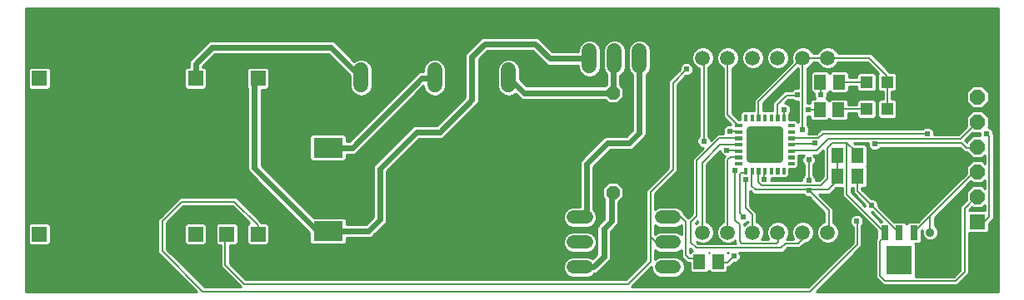
<source format=gtl>
G75*
G70*
%OFA0B0*%
%FSLAX24Y24*%
%IPPOS*%
%LPD*%
%AMOC8*
5,1,8,0,0,1.08239X$1,22.5*
%
%ADD10C,0.0028*%
%ADD11C,0.0291*%
%ADD12C,0.0594*%
%ADD13C,0.0520*%
%ADD14R,0.0472X0.0591*%
%ADD15R,0.0512X0.0630*%
%ADD16R,0.0315X0.0591*%
%ADD17R,0.0984X0.1181*%
%ADD18R,0.0600X0.0600*%
%ADD19OC8,0.0600*%
%ADD20C,0.0600*%
%ADD21OC8,0.0520*%
%ADD22R,0.1181X0.0787*%
%ADD23C,0.0594*%
%ADD24R,0.0594X0.0594*%
%ADD25R,0.0472X0.0472*%
%ADD26C,0.0060*%
%ADD27C,0.0240*%
%ADD28C,0.0100*%
%ADD29C,0.0240*%
%ADD30C,0.0356*%
D10*
X028788Y005925D02*
X028788Y006035D01*
X029036Y006035D01*
X029036Y005925D01*
X028788Y005925D01*
X028788Y005952D02*
X029036Y005952D01*
X029036Y005979D02*
X028788Y005979D01*
X028788Y006006D02*
X029036Y006006D01*
X029036Y006033D02*
X028788Y006033D01*
X028788Y006181D02*
X028788Y006291D01*
X029036Y006291D01*
X029036Y006181D01*
X028788Y006181D01*
X028788Y006208D02*
X029036Y006208D01*
X029036Y006235D02*
X028788Y006235D01*
X028788Y006262D02*
X029036Y006262D01*
X029036Y006289D02*
X028788Y006289D01*
X028788Y006437D02*
X028788Y006547D01*
X029036Y006547D01*
X029036Y006437D01*
X028788Y006437D01*
X028788Y006464D02*
X029036Y006464D01*
X029036Y006491D02*
X028788Y006491D01*
X028788Y006518D02*
X029036Y006518D01*
X029036Y006545D02*
X028788Y006545D01*
X028788Y006693D02*
X028788Y006803D01*
X029036Y006803D01*
X029036Y006693D01*
X028788Y006693D01*
X028788Y006720D02*
X029036Y006720D01*
X029036Y006747D02*
X028788Y006747D01*
X028788Y006774D02*
X029036Y006774D01*
X029036Y006801D02*
X028788Y006801D01*
X028788Y006949D02*
X028788Y007059D01*
X029036Y007059D01*
X029036Y006949D01*
X028788Y006949D01*
X028788Y006976D02*
X029036Y006976D01*
X029036Y007003D02*
X028788Y007003D01*
X028788Y007030D02*
X029036Y007030D01*
X029036Y007057D02*
X028788Y007057D01*
X028788Y007205D02*
X028788Y007315D01*
X029036Y007315D01*
X029036Y007205D01*
X028788Y007205D01*
X028788Y007232D02*
X029036Y007232D01*
X029036Y007259D02*
X028788Y007259D01*
X028788Y007286D02*
X029036Y007286D01*
X029036Y007313D02*
X028788Y007313D01*
X028788Y007460D02*
X028788Y007570D01*
X029036Y007570D01*
X029036Y007460D01*
X028788Y007460D01*
X028788Y007487D02*
X029036Y007487D01*
X029036Y007514D02*
X028788Y007514D01*
X028788Y007541D02*
X029036Y007541D01*
X029036Y007568D02*
X028788Y007568D01*
X029153Y007687D02*
X029153Y007935D01*
X029263Y007935D01*
X029263Y007687D01*
X029153Y007687D01*
X029153Y007714D02*
X029263Y007714D01*
X029263Y007741D02*
X029153Y007741D01*
X029153Y007768D02*
X029263Y007768D01*
X029263Y007795D02*
X029153Y007795D01*
X029153Y007822D02*
X029263Y007822D01*
X029263Y007849D02*
X029153Y007849D01*
X029153Y007876D02*
X029263Y007876D01*
X029263Y007903D02*
X029153Y007903D01*
X029153Y007930D02*
X029263Y007930D01*
X029408Y007935D02*
X029408Y007687D01*
X029408Y007935D02*
X029518Y007935D01*
X029518Y007687D01*
X029408Y007687D01*
X029408Y007714D02*
X029518Y007714D01*
X029518Y007741D02*
X029408Y007741D01*
X029408Y007768D02*
X029518Y007768D01*
X029518Y007795D02*
X029408Y007795D01*
X029408Y007822D02*
X029518Y007822D01*
X029518Y007849D02*
X029408Y007849D01*
X029408Y007876D02*
X029518Y007876D01*
X029518Y007903D02*
X029408Y007903D01*
X029408Y007930D02*
X029518Y007930D01*
X029664Y007935D02*
X029664Y007687D01*
X029664Y007935D02*
X029774Y007935D01*
X029774Y007687D01*
X029664Y007687D01*
X029664Y007714D02*
X029774Y007714D01*
X029774Y007741D02*
X029664Y007741D01*
X029664Y007768D02*
X029774Y007768D01*
X029774Y007795D02*
X029664Y007795D01*
X029664Y007822D02*
X029774Y007822D01*
X029774Y007849D02*
X029664Y007849D01*
X029664Y007876D02*
X029774Y007876D01*
X029774Y007903D02*
X029664Y007903D01*
X029664Y007930D02*
X029774Y007930D01*
X029920Y007935D02*
X029920Y007687D01*
X029920Y007935D02*
X030030Y007935D01*
X030030Y007687D01*
X029920Y007687D01*
X029920Y007714D02*
X030030Y007714D01*
X030030Y007741D02*
X029920Y007741D01*
X029920Y007768D02*
X030030Y007768D01*
X030030Y007795D02*
X029920Y007795D01*
X029920Y007822D02*
X030030Y007822D01*
X030030Y007849D02*
X029920Y007849D01*
X029920Y007876D02*
X030030Y007876D01*
X030030Y007903D02*
X029920Y007903D01*
X029920Y007930D02*
X030030Y007930D01*
X030176Y007935D02*
X030176Y007687D01*
X030176Y007935D02*
X030286Y007935D01*
X030286Y007687D01*
X030176Y007687D01*
X030176Y007714D02*
X030286Y007714D01*
X030286Y007741D02*
X030176Y007741D01*
X030176Y007768D02*
X030286Y007768D01*
X030286Y007795D02*
X030176Y007795D01*
X030176Y007822D02*
X030286Y007822D01*
X030286Y007849D02*
X030176Y007849D01*
X030176Y007876D02*
X030286Y007876D01*
X030286Y007903D02*
X030176Y007903D01*
X030176Y007930D02*
X030286Y007930D01*
X030432Y007935D02*
X030432Y007687D01*
X030432Y007935D02*
X030542Y007935D01*
X030542Y007687D01*
X030432Y007687D01*
X030432Y007714D02*
X030542Y007714D01*
X030542Y007741D02*
X030432Y007741D01*
X030432Y007768D02*
X030542Y007768D01*
X030542Y007795D02*
X030432Y007795D01*
X030432Y007822D02*
X030542Y007822D01*
X030542Y007849D02*
X030432Y007849D01*
X030432Y007876D02*
X030542Y007876D01*
X030542Y007903D02*
X030432Y007903D01*
X030432Y007930D02*
X030542Y007930D01*
X030688Y007935D02*
X030688Y007687D01*
X030688Y007935D02*
X030798Y007935D01*
X030798Y007687D01*
X030688Y007687D01*
X030688Y007714D02*
X030798Y007714D01*
X030798Y007741D02*
X030688Y007741D01*
X030688Y007768D02*
X030798Y007768D01*
X030798Y007795D02*
X030688Y007795D01*
X030688Y007822D02*
X030798Y007822D01*
X030798Y007849D02*
X030688Y007849D01*
X030688Y007876D02*
X030798Y007876D01*
X030798Y007903D02*
X030688Y007903D01*
X030688Y007930D02*
X030798Y007930D01*
X030914Y007570D02*
X030914Y007460D01*
X030914Y007570D02*
X031162Y007570D01*
X031162Y007460D01*
X030914Y007460D01*
X030914Y007487D02*
X031162Y007487D01*
X031162Y007514D02*
X030914Y007514D01*
X030914Y007541D02*
X031162Y007541D01*
X031162Y007568D02*
X030914Y007568D01*
X030914Y007315D02*
X030914Y007205D01*
X030914Y007315D02*
X031162Y007315D01*
X031162Y007205D01*
X030914Y007205D01*
X030914Y007232D02*
X031162Y007232D01*
X031162Y007259D02*
X030914Y007259D01*
X030914Y007286D02*
X031162Y007286D01*
X031162Y007313D02*
X030914Y007313D01*
X030914Y007059D02*
X030914Y006949D01*
X030914Y007059D02*
X031162Y007059D01*
X031162Y006949D01*
X030914Y006949D01*
X030914Y006976D02*
X031162Y006976D01*
X031162Y007003D02*
X030914Y007003D01*
X030914Y007030D02*
X031162Y007030D01*
X031162Y007057D02*
X030914Y007057D01*
X030914Y006803D02*
X030914Y006693D01*
X030914Y006803D02*
X031162Y006803D01*
X031162Y006693D01*
X030914Y006693D01*
X030914Y006720D02*
X031162Y006720D01*
X031162Y006747D02*
X030914Y006747D01*
X030914Y006774D02*
X031162Y006774D01*
X031162Y006801D02*
X030914Y006801D01*
X030914Y006547D02*
X030914Y006437D01*
X030914Y006547D02*
X031162Y006547D01*
X031162Y006437D01*
X030914Y006437D01*
X030914Y006464D02*
X031162Y006464D01*
X031162Y006491D02*
X030914Y006491D01*
X030914Y006518D02*
X031162Y006518D01*
X031162Y006545D02*
X030914Y006545D01*
X030914Y006291D02*
X030914Y006181D01*
X030914Y006291D02*
X031162Y006291D01*
X031162Y006181D01*
X030914Y006181D01*
X030914Y006208D02*
X031162Y006208D01*
X031162Y006235D02*
X030914Y006235D01*
X030914Y006262D02*
X031162Y006262D01*
X031162Y006289D02*
X030914Y006289D01*
X030914Y006035D02*
X030914Y005925D01*
X030914Y006035D02*
X031162Y006035D01*
X031162Y005925D01*
X030914Y005925D01*
X030914Y005952D02*
X031162Y005952D01*
X031162Y005979D02*
X030914Y005979D01*
X030914Y006006D02*
X031162Y006006D01*
X031162Y006033D02*
X030914Y006033D01*
X030688Y005809D02*
X030688Y005561D01*
X030688Y005809D02*
X030798Y005809D01*
X030798Y005561D01*
X030688Y005561D01*
X030688Y005588D02*
X030798Y005588D01*
X030798Y005615D02*
X030688Y005615D01*
X030688Y005642D02*
X030798Y005642D01*
X030798Y005669D02*
X030688Y005669D01*
X030688Y005696D02*
X030798Y005696D01*
X030798Y005723D02*
X030688Y005723D01*
X030688Y005750D02*
X030798Y005750D01*
X030798Y005777D02*
X030688Y005777D01*
X030688Y005804D02*
X030798Y005804D01*
X030432Y005809D02*
X030432Y005561D01*
X030432Y005809D02*
X030542Y005809D01*
X030542Y005561D01*
X030432Y005561D01*
X030432Y005588D02*
X030542Y005588D01*
X030542Y005615D02*
X030432Y005615D01*
X030432Y005642D02*
X030542Y005642D01*
X030542Y005669D02*
X030432Y005669D01*
X030432Y005696D02*
X030542Y005696D01*
X030542Y005723D02*
X030432Y005723D01*
X030432Y005750D02*
X030542Y005750D01*
X030542Y005777D02*
X030432Y005777D01*
X030432Y005804D02*
X030542Y005804D01*
X030176Y005809D02*
X030176Y005561D01*
X030176Y005809D02*
X030286Y005809D01*
X030286Y005561D01*
X030176Y005561D01*
X030176Y005588D02*
X030286Y005588D01*
X030286Y005615D02*
X030176Y005615D01*
X030176Y005642D02*
X030286Y005642D01*
X030286Y005669D02*
X030176Y005669D01*
X030176Y005696D02*
X030286Y005696D01*
X030286Y005723D02*
X030176Y005723D01*
X030176Y005750D02*
X030286Y005750D01*
X030286Y005777D02*
X030176Y005777D01*
X030176Y005804D02*
X030286Y005804D01*
X029920Y005809D02*
X029920Y005561D01*
X029920Y005809D02*
X030030Y005809D01*
X030030Y005561D01*
X029920Y005561D01*
X029920Y005588D02*
X030030Y005588D01*
X030030Y005615D02*
X029920Y005615D01*
X029920Y005642D02*
X030030Y005642D01*
X030030Y005669D02*
X029920Y005669D01*
X029920Y005696D02*
X030030Y005696D01*
X030030Y005723D02*
X029920Y005723D01*
X029920Y005750D02*
X030030Y005750D01*
X030030Y005777D02*
X029920Y005777D01*
X029920Y005804D02*
X030030Y005804D01*
X029664Y005809D02*
X029664Y005561D01*
X029664Y005809D02*
X029774Y005809D01*
X029774Y005561D01*
X029664Y005561D01*
X029664Y005588D02*
X029774Y005588D01*
X029774Y005615D02*
X029664Y005615D01*
X029664Y005642D02*
X029774Y005642D01*
X029774Y005669D02*
X029664Y005669D01*
X029664Y005696D02*
X029774Y005696D01*
X029774Y005723D02*
X029664Y005723D01*
X029664Y005750D02*
X029774Y005750D01*
X029774Y005777D02*
X029664Y005777D01*
X029664Y005804D02*
X029774Y005804D01*
X029408Y005809D02*
X029408Y005561D01*
X029408Y005809D02*
X029518Y005809D01*
X029518Y005561D01*
X029408Y005561D01*
X029408Y005588D02*
X029518Y005588D01*
X029518Y005615D02*
X029408Y005615D01*
X029408Y005642D02*
X029518Y005642D01*
X029518Y005669D02*
X029408Y005669D01*
X029408Y005696D02*
X029518Y005696D01*
X029518Y005723D02*
X029408Y005723D01*
X029408Y005750D02*
X029518Y005750D01*
X029518Y005777D02*
X029408Y005777D01*
X029408Y005804D02*
X029518Y005804D01*
X029153Y005809D02*
X029153Y005561D01*
X029153Y005809D02*
X029263Y005809D01*
X029263Y005561D01*
X029153Y005561D01*
X029153Y005588D02*
X029263Y005588D01*
X029263Y005615D02*
X029153Y005615D01*
X029153Y005642D02*
X029263Y005642D01*
X029263Y005669D02*
X029153Y005669D01*
X029153Y005696D02*
X029263Y005696D01*
X029263Y005723D02*
X029153Y005723D01*
X029153Y005750D02*
X029263Y005750D01*
X029263Y005777D02*
X029153Y005777D01*
X029153Y005804D02*
X029263Y005804D01*
D11*
X029392Y006165D02*
X029392Y007331D01*
X030558Y007331D01*
X030558Y006165D01*
X029392Y006165D01*
X029392Y006455D02*
X030558Y006455D01*
X030558Y006745D02*
X029392Y006745D01*
X029392Y007035D02*
X030558Y007035D01*
X030558Y007325D02*
X029392Y007325D01*
D12*
X029494Y010215D03*
X030494Y010215D03*
X031494Y010215D03*
X032494Y010215D03*
X028494Y010215D03*
X027494Y010215D03*
X027494Y003215D03*
X028494Y003215D03*
X029494Y003215D03*
X030494Y003215D03*
X031494Y003215D03*
X032494Y003215D03*
D13*
X026367Y002824D02*
X025847Y002824D01*
X025847Y003824D02*
X026367Y003824D01*
X022847Y003824D02*
X022327Y003824D01*
X022327Y002824D02*
X022847Y002824D01*
X022847Y001824D02*
X022327Y001824D01*
X025847Y001824D02*
X026367Y001824D01*
D14*
X027363Y002038D03*
X028113Y002038D03*
X032171Y008138D03*
X032921Y008138D03*
X032951Y009248D03*
X032201Y009248D03*
D15*
X032883Y006289D03*
X033670Y006289D03*
X033670Y005456D03*
X032883Y005456D03*
D16*
X034772Y003201D03*
X035362Y003201D03*
X035953Y003201D03*
D17*
X035362Y002098D03*
D18*
X038485Y003646D03*
D19*
X038485Y004646D03*
X038485Y005646D03*
X038485Y006646D03*
X038485Y007646D03*
X038485Y008646D03*
D20*
X024966Y009888D02*
X024966Y010488D01*
X023966Y010488D02*
X023966Y009888D01*
X022966Y009888D02*
X022966Y010488D01*
D21*
X023906Y008818D03*
X023906Y004818D03*
D22*
X012506Y003265D03*
X012506Y006612D03*
D23*
X013826Y009131D02*
X013826Y009725D01*
X016779Y009725D02*
X016779Y009131D01*
X019732Y009131D02*
X019732Y009725D01*
D24*
X009706Y009398D03*
X007206Y009398D03*
X000956Y009398D03*
X000956Y003148D03*
X007206Y003148D03*
X008456Y003148D03*
X009706Y003148D03*
D25*
X034053Y008168D03*
X034880Y008168D03*
X034880Y009248D03*
X034053Y009248D03*
D26*
X032996Y009248D01*
X032966Y009278D01*
X032936Y009248D01*
X032951Y009248D01*
X032216Y009248D02*
X032201Y009248D01*
X032216Y009248D02*
X032216Y008738D01*
X031286Y008738D02*
X031286Y008708D01*
X030836Y008708D01*
X030476Y008348D01*
X030476Y007822D01*
X030487Y007811D01*
X030476Y007838D01*
X030743Y007811D02*
X030746Y007838D01*
X030746Y008138D01*
X031706Y008138D02*
X032171Y008138D01*
X032921Y008138D02*
X032936Y008138D01*
X032936Y008168D01*
X034053Y008168D01*
X034880Y008168D02*
X034886Y008168D01*
X034886Y009248D01*
X034880Y009248D01*
X034856Y009271D01*
X034856Y009518D01*
X034166Y010208D01*
X032486Y010208D01*
X032494Y010215D01*
X031494Y010215D01*
X031496Y010208D01*
X031496Y007328D01*
X032126Y006998D02*
X032306Y007178D01*
X036506Y007178D01*
X036476Y007148D01*
X036476Y007178D01*
X037807Y006968D02*
X038485Y007646D01*
X038846Y007178D02*
X038966Y007058D01*
X038966Y003848D01*
X038756Y003638D01*
X038516Y003638D01*
X038486Y003668D01*
X038485Y003646D01*
X036596Y003878D02*
X036596Y003218D01*
X035966Y003248D02*
X035953Y003201D01*
X035966Y003248D02*
X036596Y003878D01*
X038306Y005588D01*
X038426Y005588D01*
X038456Y005618D01*
X038485Y005646D01*
X038486Y006608D02*
X038036Y006608D01*
X037856Y006788D01*
X034376Y006788D01*
X034376Y006758D01*
X033626Y006458D02*
X033670Y006289D01*
X033626Y006458D02*
X033266Y006818D01*
X033266Y004748D01*
X034766Y003248D01*
X034772Y003201D01*
X034736Y003165D01*
X034736Y003008D01*
X034586Y002858D01*
X034586Y001478D01*
X034796Y001268D01*
X037616Y001268D01*
X037976Y001628D01*
X037976Y004178D01*
X038426Y004628D01*
X038485Y004646D01*
X035306Y003248D02*
X034256Y004298D01*
X033686Y004868D01*
X033686Y005408D01*
X033670Y005456D01*
X032883Y005456D02*
X032846Y005408D01*
X032756Y005168D01*
X032516Y004928D01*
X031736Y004928D01*
X031736Y004898D01*
X032546Y004088D01*
X032546Y003248D01*
X032494Y003215D01*
X032546Y003248D02*
X032756Y003248D01*
X033656Y003668D02*
X033686Y003638D01*
X033686Y002738D01*
X031796Y000848D01*
X007496Y000848D01*
X005876Y002468D01*
X005876Y003668D01*
X006656Y004448D01*
X008756Y004448D01*
X009706Y003498D01*
X009706Y003148D01*
X008456Y003148D02*
X008396Y003088D01*
X008396Y001898D01*
X009146Y001148D01*
X024506Y001148D01*
X025406Y002048D01*
X025406Y003038D01*
X025620Y002824D01*
X025847Y002824D01*
X025406Y003038D02*
X025406Y004838D01*
X026306Y005738D01*
X026306Y009218D01*
X026846Y009758D01*
X027494Y010215D02*
X027536Y010173D01*
X027536Y006878D01*
X028166Y006998D02*
X028906Y006998D01*
X028912Y007004D01*
X028886Y006998D01*
X028912Y006748D02*
X028856Y006728D01*
X028196Y006728D01*
X027476Y006008D01*
X027476Y003398D01*
X027494Y003215D01*
X028494Y003215D02*
X028496Y003668D01*
X028496Y006128D01*
X028616Y006248D01*
X028856Y006248D01*
X028912Y006236D01*
X028886Y006488D02*
X028496Y006488D01*
X028466Y006518D01*
X028886Y006488D02*
X028912Y006492D01*
X028166Y006998D02*
X027266Y006098D01*
X027266Y003878D01*
X027026Y003638D01*
X027026Y002798D01*
X027236Y002588D01*
X030626Y002588D01*
X030806Y002768D01*
X031316Y002768D01*
X031466Y002918D01*
X031466Y003187D01*
X031494Y003215D01*
X031496Y003188D01*
X030506Y003188D02*
X030506Y002828D01*
X030446Y002768D01*
X029066Y002768D01*
X028976Y002858D01*
X028976Y003548D01*
X028796Y003698D01*
X028796Y005708D01*
X028976Y005558D02*
X029036Y005618D01*
X029186Y005618D01*
X029216Y005678D01*
X029208Y005685D01*
X029463Y005685D02*
X029486Y005648D01*
X029456Y005588D01*
X029456Y005078D01*
X029606Y004928D01*
X031736Y004928D01*
X032216Y005108D02*
X032486Y005378D01*
X032486Y006608D01*
X032696Y006818D01*
X033266Y006818D01*
X032516Y006968D02*
X037807Y006968D01*
X038485Y006646D02*
X038486Y006638D01*
X038486Y006608D01*
X032883Y006289D02*
X032883Y005456D01*
X032216Y005108D02*
X029846Y005108D01*
X029726Y005228D01*
X029726Y005648D01*
X029719Y005685D01*
X029966Y005648D02*
X029966Y005348D01*
X029216Y005348D02*
X029216Y004208D01*
X029486Y003938D01*
X029486Y003223D01*
X029494Y003215D01*
X030494Y003215D02*
X030506Y003188D01*
X029126Y003848D02*
X028976Y003998D01*
X028976Y005558D01*
X031038Y006492D02*
X032040Y006492D01*
X032516Y006968D01*
X032126Y006998D02*
X031046Y006998D01*
X031038Y007004D01*
X031046Y006758D02*
X031038Y006748D01*
X031046Y006758D02*
X031886Y006758D01*
X031976Y006788D01*
X031736Y006128D02*
X031736Y005318D01*
X026816Y003638D02*
X026606Y003848D01*
X025853Y003848D01*
X025847Y003824D01*
X026816Y003638D02*
X026816Y002288D01*
X026936Y002168D01*
X027236Y002168D01*
X027326Y001988D01*
X027363Y002038D01*
X027956Y002018D02*
X028016Y002018D01*
X028113Y002038D01*
X028016Y002018D02*
X028496Y002018D01*
X028736Y002258D01*
X034766Y003188D02*
X034772Y003201D01*
X035306Y003248D02*
X035362Y003201D01*
X028912Y007260D02*
X028886Y007268D01*
X028586Y007268D01*
X028912Y007515D02*
X028494Y007933D01*
X028494Y010215D01*
X027506Y010208D02*
X027494Y010215D01*
X029726Y008468D02*
X031466Y010208D01*
X031494Y010215D01*
X034826Y009278D02*
X034856Y009248D01*
X034880Y009248D01*
X029726Y008468D02*
X029726Y007868D01*
X029719Y007811D01*
D27*
X030746Y008138D03*
X031706Y008138D03*
X031286Y008738D03*
X032216Y008738D03*
X031496Y007328D03*
X031976Y006788D03*
X031736Y006128D03*
X031736Y005318D03*
X031736Y004898D03*
X029966Y005348D03*
X029216Y005348D03*
X028796Y005708D03*
X028466Y006518D03*
X027536Y006878D03*
X028586Y007268D03*
X034376Y006758D03*
X036476Y007178D03*
X038846Y007178D03*
X034256Y004298D03*
X033656Y003668D03*
X029126Y003848D03*
X028736Y002258D03*
X026846Y009758D03*
D28*
X000410Y012189D02*
X000410Y000838D01*
X007252Y000838D01*
X005696Y002393D01*
X005696Y003742D01*
X005802Y003848D01*
X006582Y004628D01*
X008831Y004628D01*
X008936Y004522D01*
X009864Y003595D01*
X010065Y003595D01*
X010153Y003507D01*
X010153Y002789D01*
X010065Y002701D01*
X009347Y002701D01*
X009259Y002789D01*
X009259Y003507D01*
X009347Y003595D01*
X009355Y003595D01*
X008682Y004268D01*
X006731Y004268D01*
X006056Y003593D01*
X006056Y002542D01*
X007571Y001028D01*
X009012Y001028D01*
X008216Y001823D01*
X008216Y002701D01*
X008097Y002701D01*
X008009Y002789D01*
X008009Y003507D01*
X008097Y003595D01*
X008815Y003595D01*
X008903Y003507D01*
X008903Y002789D01*
X008815Y002701D01*
X008576Y002701D01*
X008576Y001972D01*
X009221Y001328D01*
X024432Y001328D01*
X025226Y002122D01*
X025226Y004912D01*
X025332Y005018D01*
X026126Y005812D01*
X026126Y009292D01*
X026232Y009398D01*
X026576Y009742D01*
X026576Y009812D01*
X026617Y009911D01*
X026693Y009987D01*
X026793Y010028D01*
X026900Y010028D01*
X026999Y009987D01*
X027075Y009911D01*
X027116Y009812D01*
X027116Y009704D01*
X027075Y009605D01*
X026999Y009529D01*
X026900Y009488D01*
X026831Y009488D01*
X026486Y009143D01*
X026486Y005663D01*
X025586Y004763D01*
X025586Y004143D01*
X025615Y004171D01*
X025766Y004234D01*
X026449Y004234D01*
X026600Y004171D01*
X026715Y004056D01*
X026759Y003950D01*
X026786Y003922D01*
X026921Y003787D01*
X027086Y003952D01*
X027086Y006172D01*
X027192Y006278D01*
X027192Y006278D01*
X027522Y006608D01*
X027483Y006608D01*
X027383Y006649D01*
X027307Y006725D01*
X027266Y006824D01*
X027266Y006932D01*
X027307Y007031D01*
X027356Y007080D01*
X027356Y009788D01*
X027241Y009836D01*
X027115Y009962D01*
X027047Y010126D01*
X027047Y010304D01*
X027115Y010468D01*
X027241Y010594D01*
X027405Y010662D01*
X027583Y010662D01*
X027747Y010594D01*
X027873Y010468D01*
X027941Y010304D01*
X027941Y010126D01*
X027873Y009962D01*
X027747Y009836D01*
X027716Y009823D01*
X027716Y007080D01*
X027765Y007031D01*
X027806Y006932D01*
X027806Y006892D01*
X027986Y007072D01*
X027986Y007072D01*
X028092Y007178D01*
X028331Y007178D01*
X028316Y007214D01*
X028316Y007322D01*
X028357Y007421D01*
X028433Y007497D01*
X028533Y007538D01*
X028624Y007538D01*
X028624Y007549D01*
X028314Y007859D01*
X028314Y009806D01*
X028241Y009836D01*
X028115Y009962D01*
X028047Y010126D01*
X028047Y010304D01*
X028115Y010468D01*
X028241Y010594D01*
X028405Y010662D01*
X028583Y010662D01*
X028747Y010594D01*
X028873Y010468D01*
X028941Y010304D01*
X028941Y010126D01*
X028873Y009962D01*
X028747Y009836D01*
X028674Y009806D01*
X028674Y008008D01*
X028948Y007734D01*
X028989Y007734D01*
X028989Y008003D01*
X029085Y008099D01*
X029331Y008099D01*
X029336Y008094D01*
X029335Y008094D01*
X029336Y008094D02*
X029341Y008099D01*
X029546Y008099D01*
X029546Y008542D01*
X031072Y010068D01*
X031047Y010126D01*
X031047Y010304D01*
X031115Y010468D01*
X031241Y010594D01*
X031405Y010662D01*
X031583Y010662D01*
X031747Y010594D01*
X031873Y010468D01*
X031903Y010395D01*
X032085Y010395D01*
X032115Y010468D01*
X032241Y010594D01*
X032405Y010662D01*
X032583Y010662D01*
X032747Y010594D01*
X032873Y010468D01*
X032906Y010388D01*
X034241Y010388D01*
X034931Y009698D01*
X034995Y009634D01*
X035178Y009634D01*
X035266Y009546D01*
X035266Y008949D01*
X035178Y008862D01*
X035066Y008862D01*
X035066Y008554D01*
X035178Y008554D01*
X035266Y008466D01*
X035266Y007869D01*
X035178Y007782D01*
X034581Y007782D01*
X034493Y007869D01*
X034493Y008466D01*
X034581Y008554D01*
X034706Y008554D01*
X034706Y008862D01*
X034581Y008862D01*
X034493Y008949D01*
X034493Y009546D01*
X034533Y009586D01*
X034092Y010028D01*
X032900Y010028D01*
X032873Y009962D01*
X032747Y009836D01*
X032583Y009768D01*
X032405Y009768D01*
X032241Y009836D01*
X032115Y009962D01*
X032085Y010035D01*
X031903Y010035D01*
X031873Y009962D01*
X031747Y009836D01*
X031676Y009807D01*
X031676Y008408D01*
X031760Y008408D01*
X031785Y008397D01*
X031785Y008495D01*
X031873Y008583D01*
X031989Y008583D01*
X031987Y008585D01*
X031946Y008684D01*
X031946Y008792D01*
X031951Y008803D01*
X031903Y008803D01*
X031815Y008890D01*
X031815Y009605D01*
X031903Y009693D01*
X032500Y009693D01*
X032576Y009616D01*
X032653Y009693D01*
X033250Y009693D01*
X033338Y009605D01*
X033338Y009428D01*
X033667Y009428D01*
X033667Y009546D01*
X033755Y009634D01*
X034351Y009634D01*
X034439Y009546D01*
X034439Y008949D01*
X034351Y008862D01*
X033755Y008862D01*
X033667Y008949D01*
X033667Y009068D01*
X033338Y009068D01*
X033338Y008890D01*
X033250Y008803D01*
X032653Y008803D01*
X032576Y008879D01*
X032500Y008803D01*
X032482Y008803D01*
X032486Y008792D01*
X032486Y008684D01*
X032445Y008585D01*
X032443Y008583D01*
X032470Y008583D01*
X032546Y008506D01*
X032623Y008583D01*
X033220Y008583D01*
X033308Y008495D01*
X033308Y008348D01*
X033667Y008348D01*
X033667Y008466D01*
X033755Y008554D01*
X034351Y008554D01*
X034439Y008466D01*
X034439Y007869D01*
X034351Y007782D01*
X033755Y007782D01*
X033667Y007869D01*
X033667Y007988D01*
X033308Y007988D01*
X033308Y007780D01*
X033220Y007693D01*
X032623Y007693D01*
X032546Y007769D01*
X032470Y007693D01*
X031873Y007693D01*
X031785Y007780D01*
X031785Y007878D01*
X031760Y007868D01*
X031676Y007868D01*
X031676Y007530D01*
X031725Y007481D01*
X031766Y007382D01*
X031766Y007274D01*
X031726Y007178D01*
X032052Y007178D01*
X032232Y007358D01*
X036274Y007358D01*
X036323Y007407D01*
X036423Y007448D01*
X036530Y007448D01*
X036629Y007407D01*
X036705Y007331D01*
X036746Y007232D01*
X036746Y007148D01*
X037733Y007148D01*
X038040Y007455D01*
X038035Y007460D01*
X038035Y007832D01*
X038299Y008096D01*
X038672Y008096D01*
X038935Y007832D01*
X038935Y007460D01*
X038917Y007441D01*
X038999Y007407D01*
X039075Y007331D01*
X039116Y007232D01*
X039116Y007162D01*
X039146Y007132D01*
X039146Y003773D01*
X038936Y003563D01*
X039320Y003563D01*
X039320Y003661D02*
X039034Y003661D01*
X038936Y003563D02*
X038935Y003562D01*
X038935Y003284D01*
X038847Y003196D01*
X038156Y003196D01*
X038156Y001553D01*
X037796Y001193D01*
X037691Y001088D01*
X034722Y001088D01*
X034512Y001298D01*
X034406Y001403D01*
X034406Y002932D01*
X034464Y002990D01*
X034464Y003295D01*
X033192Y004568D01*
X033086Y004673D01*
X033086Y004991D01*
X032834Y004991D01*
X032591Y004748D01*
X032141Y004748D01*
X032726Y004162D01*
X032726Y003602D01*
X032747Y003594D01*
X032873Y003468D01*
X032931Y003327D01*
X032936Y003322D01*
X032936Y003315D01*
X032941Y003304D01*
X032941Y003126D01*
X032873Y002962D01*
X032747Y002836D01*
X032583Y002768D01*
X032405Y002768D01*
X032241Y002836D01*
X032115Y002962D01*
X032047Y003126D01*
X032047Y003304D01*
X032115Y003468D01*
X032241Y003594D01*
X032366Y003645D01*
X032366Y004013D01*
X031752Y004628D01*
X031683Y004628D01*
X031583Y004669D01*
X031507Y004745D01*
X031506Y004748D01*
X029532Y004748D01*
X029426Y004853D01*
X029396Y004883D01*
X029396Y004282D01*
X029561Y004118D01*
X029666Y004012D01*
X029666Y003627D01*
X029747Y003594D01*
X029873Y003468D01*
X029941Y003304D01*
X029941Y003126D01*
X029873Y002962D01*
X029859Y002948D01*
X030129Y002948D01*
X030115Y002962D01*
X030047Y003126D01*
X030047Y003304D01*
X030115Y003468D01*
X030241Y003594D01*
X030405Y003662D01*
X030583Y003662D01*
X030747Y003594D01*
X030873Y003468D01*
X030941Y003304D01*
X030941Y003126D01*
X030873Y002962D01*
X030859Y002948D01*
X031129Y002948D01*
X031115Y002962D01*
X031047Y003126D01*
X031047Y003304D01*
X031115Y003468D01*
X031241Y003594D01*
X031405Y003662D01*
X031583Y003662D01*
X031747Y003594D01*
X031873Y003468D01*
X031941Y003304D01*
X031941Y003126D01*
X031873Y002962D01*
X031747Y002836D01*
X031583Y002768D01*
X031571Y002768D01*
X031541Y002738D01*
X031496Y002693D01*
X031496Y002693D01*
X031391Y002588D01*
X030881Y002588D01*
X030806Y002513D01*
X030701Y002408D01*
X028966Y002408D01*
X029006Y002312D01*
X029006Y002204D01*
X028965Y002105D01*
X028889Y002029D01*
X028790Y001988D01*
X028721Y001988D01*
X028676Y001943D01*
X028571Y001838D01*
X028499Y001838D01*
X028499Y001680D01*
X028412Y001593D01*
X032287Y001593D01*
X032385Y001691D02*
X028499Y001691D01*
X028499Y001790D02*
X032484Y001790D01*
X032582Y001888D02*
X028621Y001888D01*
X028720Y001987D02*
X032681Y001987D01*
X032779Y002085D02*
X028946Y002085D01*
X028998Y002184D02*
X032878Y002184D01*
X032976Y002282D02*
X029006Y002282D01*
X028978Y002381D02*
X033075Y002381D01*
X033173Y002479D02*
X030772Y002479D01*
X030871Y002578D02*
X033272Y002578D01*
X033370Y002676D02*
X031479Y002676D01*
X031600Y002775D02*
X032389Y002775D01*
X032204Y002873D02*
X031785Y002873D01*
X031877Y002972D02*
X032111Y002972D01*
X032070Y003070D02*
X031918Y003070D01*
X031941Y003169D02*
X032047Y003169D01*
X032047Y003267D02*
X031941Y003267D01*
X031915Y003366D02*
X032073Y003366D01*
X032114Y003464D02*
X031875Y003464D01*
X031778Y003563D02*
X032210Y003563D01*
X032366Y003661D02*
X031584Y003661D01*
X031405Y003661D02*
X030584Y003661D01*
X030405Y003661D02*
X029666Y003661D01*
X029666Y003760D02*
X032366Y003760D01*
X032366Y003858D02*
X029666Y003858D01*
X029666Y003957D02*
X032366Y003957D01*
X032324Y004055D02*
X029623Y004055D01*
X029525Y004154D02*
X032226Y004154D01*
X032127Y004252D02*
X029426Y004252D01*
X029396Y004351D02*
X032029Y004351D01*
X031930Y004449D02*
X029396Y004449D01*
X029396Y004548D02*
X031832Y004548D01*
X031638Y004646D02*
X029396Y004646D01*
X029396Y004745D02*
X031507Y004745D01*
X032144Y004745D02*
X033086Y004745D01*
X033086Y004843D02*
X032686Y004843D01*
X032785Y004942D02*
X033086Y004942D01*
X033446Y004942D02*
X033506Y004942D01*
X033506Y004991D02*
X033446Y004991D01*
X033446Y004822D01*
X033986Y004282D01*
X033986Y004313D01*
X033612Y004688D01*
X033506Y004793D01*
X033506Y004991D01*
X033506Y004843D02*
X033446Y004843D01*
X033524Y004745D02*
X033555Y004745D01*
X033622Y004646D02*
X033653Y004646D01*
X033721Y004548D02*
X033752Y004548D01*
X033819Y004449D02*
X033850Y004449D01*
X033918Y004351D02*
X033949Y004351D01*
X034310Y004568D02*
X034409Y004527D01*
X034485Y004451D01*
X034526Y004352D01*
X034526Y004282D01*
X035163Y003646D01*
X035582Y003646D01*
X035657Y003570D01*
X035733Y003646D01*
X036110Y003646D01*
X036416Y003952D01*
X036522Y004058D01*
X038035Y005571D01*
X038035Y005832D01*
X038299Y006096D01*
X038672Y006096D01*
X038786Y005981D01*
X038786Y006311D01*
X038672Y006196D01*
X038299Y006196D01*
X038067Y006428D01*
X037962Y006428D01*
X037856Y006533D01*
X037782Y006608D01*
X034606Y006608D01*
X034605Y006605D01*
X034529Y006529D01*
X034430Y006488D01*
X034323Y006488D01*
X034223Y006529D01*
X034147Y006605D01*
X034106Y006704D01*
X034106Y006788D01*
X033551Y006788D01*
X033585Y006754D01*
X033988Y006754D01*
X034076Y006666D01*
X034076Y005912D01*
X034036Y005872D01*
X034076Y005833D01*
X034076Y005079D01*
X033988Y004991D01*
X033866Y004991D01*
X033866Y004942D01*
X034241Y004568D01*
X034310Y004568D01*
X034358Y004548D02*
X037012Y004548D01*
X037110Y004646D02*
X034162Y004646D01*
X034064Y004745D02*
X037209Y004745D01*
X037307Y004843D02*
X033965Y004843D01*
X033867Y004942D02*
X037406Y004942D01*
X037504Y005040D02*
X034037Y005040D01*
X034076Y005139D02*
X037603Y005139D01*
X037701Y005237D02*
X034076Y005237D01*
X034076Y005336D02*
X037800Y005336D01*
X037898Y005434D02*
X034076Y005434D01*
X034076Y005533D02*
X037997Y005533D01*
X038035Y005631D02*
X034076Y005631D01*
X034076Y005730D02*
X038035Y005730D01*
X038035Y005828D02*
X034076Y005828D01*
X034076Y005927D02*
X038130Y005927D01*
X038228Y006025D02*
X034076Y006025D01*
X034076Y006124D02*
X038786Y006124D01*
X038786Y006222D02*
X038698Y006222D01*
X038272Y006222D02*
X034076Y006222D01*
X034076Y006321D02*
X038174Y006321D01*
X038075Y006419D02*
X034076Y006419D01*
X034076Y006518D02*
X034250Y006518D01*
X034143Y006616D02*
X034076Y006616D01*
X034106Y006715D02*
X034027Y006715D01*
X034502Y006518D02*
X037872Y006518D01*
X038051Y006848D02*
X038036Y006862D01*
X037996Y006902D01*
X038294Y007200D01*
X038299Y007196D01*
X038576Y007196D01*
X038576Y007124D01*
X038588Y007096D01*
X038299Y007096D01*
X038051Y006848D01*
X038006Y006912D02*
X038115Y006912D01*
X038104Y007010D02*
X038213Y007010D01*
X038203Y007109D02*
X038583Y007109D01*
X039086Y007306D02*
X039320Y007306D01*
X039320Y007404D02*
X039002Y007404D01*
X038935Y007503D02*
X039320Y007503D01*
X039320Y007601D02*
X038935Y007601D01*
X038935Y007700D02*
X039320Y007700D01*
X039320Y007798D02*
X038935Y007798D01*
X038871Y007897D02*
X039320Y007897D01*
X039320Y007995D02*
X038772Y007995D01*
X038674Y008094D02*
X039320Y008094D01*
X039320Y008192D02*
X035266Y008192D01*
X035266Y008094D02*
X038297Y008094D01*
X038299Y008196D02*
X038672Y008196D01*
X038935Y008460D01*
X038935Y008832D01*
X038672Y009096D01*
X038299Y009096D01*
X038035Y008832D01*
X038035Y008460D01*
X038299Y008196D01*
X038204Y008291D02*
X035266Y008291D01*
X035266Y008389D02*
X038105Y008389D01*
X038035Y008488D02*
X035244Y008488D01*
X035066Y008586D02*
X038035Y008586D01*
X038035Y008685D02*
X035066Y008685D01*
X035066Y008783D02*
X038035Y008783D01*
X038085Y008882D02*
X035198Y008882D01*
X035266Y008980D02*
X038183Y008980D01*
X038282Y009079D02*
X035266Y009079D01*
X035266Y009177D02*
X039320Y009177D01*
X039320Y009079D02*
X038689Y009079D01*
X038787Y008980D02*
X039320Y008980D01*
X039320Y008882D02*
X038886Y008882D01*
X038935Y008783D02*
X039320Y008783D01*
X039320Y008685D02*
X038935Y008685D01*
X038935Y008586D02*
X039320Y008586D01*
X039320Y008488D02*
X038935Y008488D01*
X038865Y008389D02*
X039320Y008389D01*
X039320Y008291D02*
X038767Y008291D01*
X038198Y007995D02*
X035266Y007995D01*
X035266Y007897D02*
X038100Y007897D01*
X038035Y007798D02*
X035195Y007798D01*
X034565Y007798D02*
X034368Y007798D01*
X034439Y007897D02*
X034493Y007897D01*
X034493Y007995D02*
X034439Y007995D01*
X034439Y008094D02*
X034493Y008094D01*
X034493Y008192D02*
X034439Y008192D01*
X034439Y008291D02*
X034493Y008291D01*
X034493Y008389D02*
X034439Y008389D01*
X034417Y008488D02*
X034515Y008488D01*
X034706Y008586D02*
X032446Y008586D01*
X032486Y008685D02*
X034706Y008685D01*
X034706Y008783D02*
X032486Y008783D01*
X031987Y008586D02*
X031676Y008586D01*
X031676Y008488D02*
X031785Y008488D01*
X031676Y008685D02*
X031946Y008685D01*
X031946Y008783D02*
X031676Y008783D01*
X031676Y008882D02*
X031824Y008882D01*
X031815Y008980D02*
X031676Y008980D01*
X031676Y009079D02*
X031815Y009079D01*
X031815Y009177D02*
X031676Y009177D01*
X031676Y009276D02*
X031815Y009276D01*
X031815Y009374D02*
X031676Y009374D01*
X031676Y009473D02*
X031815Y009473D01*
X031815Y009571D02*
X031676Y009571D01*
X031676Y009670D02*
X031880Y009670D01*
X031676Y009768D02*
X032404Y009768D01*
X032523Y009670D02*
X032630Y009670D01*
X032584Y009768D02*
X034351Y009768D01*
X034450Y009670D02*
X033273Y009670D01*
X033338Y009571D02*
X033692Y009571D01*
X033667Y009473D02*
X033338Y009473D01*
X032778Y009867D02*
X034253Y009867D01*
X034154Y009965D02*
X032875Y009965D01*
X032210Y009867D02*
X031778Y009867D01*
X031875Y009965D02*
X032114Y009965D01*
X031316Y009803D02*
X031316Y009008D01*
X031233Y009008D01*
X031133Y008967D01*
X031057Y008891D01*
X031056Y008888D01*
X030762Y008888D01*
X030296Y008422D01*
X030296Y008099D01*
X030108Y008099D01*
X030103Y008094D01*
X030104Y008094D01*
X030103Y008094D02*
X030098Y008099D01*
X029906Y008099D01*
X029906Y008393D01*
X031316Y009803D01*
X031316Y009768D02*
X031281Y009768D01*
X031316Y009670D02*
X031183Y009670D01*
X031084Y009571D02*
X031316Y009571D01*
X031316Y009473D02*
X030986Y009473D01*
X030887Y009374D02*
X031316Y009374D01*
X031316Y009276D02*
X030789Y009276D01*
X030690Y009177D02*
X031316Y009177D01*
X031316Y009079D02*
X030592Y009079D01*
X030493Y008980D02*
X031166Y008980D01*
X030756Y008882D02*
X030395Y008882D01*
X030296Y008783D02*
X030657Y008783D01*
X030559Y008685D02*
X030198Y008685D01*
X030099Y008586D02*
X030460Y008586D01*
X030362Y008488D02*
X030001Y008488D01*
X029906Y008389D02*
X030296Y008389D01*
X030296Y008291D02*
X029906Y008291D01*
X029906Y008192D02*
X030296Y008192D01*
X030791Y008408D02*
X030911Y008528D01*
X031114Y008528D01*
X031133Y008509D01*
X031233Y008468D01*
X031316Y008468D01*
X031316Y007648D01*
X031230Y007734D01*
X030962Y007734D01*
X030962Y007972D01*
X030975Y007985D01*
X031016Y008084D01*
X031016Y008192D01*
X031316Y008192D01*
X031316Y008094D02*
X031016Y008094D01*
X031016Y008192D02*
X030975Y008291D01*
X031316Y008291D01*
X031316Y008389D02*
X030845Y008389D01*
X030800Y008408D02*
X030791Y008408D01*
X030800Y008408D02*
X030899Y008367D01*
X030975Y008291D01*
X030871Y008488D02*
X031184Y008488D01*
X029886Y008882D02*
X028674Y008882D01*
X028674Y008980D02*
X029984Y008980D01*
X030083Y009079D02*
X028674Y009079D01*
X028674Y009177D02*
X030181Y009177D01*
X030280Y009276D02*
X028674Y009276D01*
X028674Y009374D02*
X030378Y009374D01*
X030477Y009473D02*
X028674Y009473D01*
X028674Y009571D02*
X030575Y009571D01*
X030674Y009670D02*
X028674Y009670D01*
X028674Y009768D02*
X029404Y009768D01*
X029405Y009768D02*
X029583Y009768D01*
X029747Y009836D01*
X029873Y009962D01*
X029941Y010126D01*
X029941Y010304D01*
X029873Y010468D01*
X029747Y010594D01*
X029583Y010662D01*
X029405Y010662D01*
X029241Y010594D01*
X029115Y010468D01*
X029047Y010304D01*
X029047Y010126D01*
X029115Y009962D01*
X029241Y009836D01*
X029405Y009768D01*
X029584Y009768D02*
X030404Y009768D01*
X030405Y009768D02*
X030583Y009768D01*
X030747Y009836D01*
X030873Y009962D01*
X030941Y010126D01*
X030941Y010304D01*
X030873Y010468D01*
X030747Y010594D01*
X030583Y010662D01*
X030405Y010662D01*
X030241Y010594D01*
X030115Y010468D01*
X030047Y010304D01*
X030047Y010126D01*
X030115Y009962D01*
X030241Y009836D01*
X030405Y009768D01*
X030584Y009768D02*
X030772Y009768D01*
X030778Y009867D02*
X030871Y009867D01*
X030875Y009965D02*
X030969Y009965D01*
X030915Y010064D02*
X031068Y010064D01*
X031047Y010162D02*
X030941Y010162D01*
X030941Y010261D02*
X031047Y010261D01*
X031070Y010359D02*
X030918Y010359D01*
X030877Y010458D02*
X031111Y010458D01*
X031204Y010556D02*
X030785Y010556D01*
X030600Y010655D02*
X031389Y010655D01*
X031600Y010655D02*
X032389Y010655D01*
X032204Y010556D02*
X031785Y010556D01*
X031877Y010458D02*
X032111Y010458D01*
X032600Y010655D02*
X039320Y010655D01*
X039320Y010753D02*
X025337Y010753D01*
X025348Y010743D02*
X025221Y010869D01*
X025056Y010938D01*
X024877Y010938D01*
X024711Y010869D01*
X024585Y010743D01*
X024516Y010577D01*
X024516Y009798D01*
X024585Y009633D01*
X024696Y009521D01*
X024696Y007320D01*
X024454Y007078D01*
X023643Y007078D01*
X023543Y007037D01*
X023467Y006961D01*
X022618Y006112D01*
X022577Y006013D01*
X022577Y004234D01*
X022246Y004234D01*
X022095Y004171D01*
X021980Y004056D01*
X021917Y003905D01*
X021917Y003742D01*
X021980Y003592D01*
X022095Y003476D01*
X022246Y003414D01*
X022929Y003414D01*
X023080Y003476D01*
X023195Y003592D01*
X023257Y003742D01*
X023257Y003905D01*
X023195Y004056D01*
X023117Y004134D01*
X023117Y005847D01*
X023808Y006538D01*
X024620Y006538D01*
X024719Y006579D01*
X025119Y006979D01*
X025195Y007055D01*
X025236Y007154D01*
X025236Y009521D01*
X025348Y009633D01*
X025416Y009798D01*
X025416Y010577D01*
X025348Y010743D01*
X025384Y010655D02*
X027389Y010655D01*
X027204Y010556D02*
X025416Y010556D01*
X025416Y010458D02*
X027111Y010458D01*
X027070Y010359D02*
X025416Y010359D01*
X025416Y010261D02*
X027047Y010261D01*
X027047Y010162D02*
X025416Y010162D01*
X025416Y010064D02*
X027073Y010064D01*
X027114Y009965D02*
X027021Y009965D01*
X027093Y009867D02*
X027210Y009867D01*
X027116Y009768D02*
X027356Y009768D01*
X027356Y009670D02*
X027102Y009670D01*
X027042Y009571D02*
X027356Y009571D01*
X027356Y009473D02*
X026816Y009473D01*
X026717Y009374D02*
X027356Y009374D01*
X027356Y009276D02*
X026619Y009276D01*
X026520Y009177D02*
X027356Y009177D01*
X027356Y009079D02*
X026486Y009079D01*
X026486Y008980D02*
X027356Y008980D01*
X027356Y008882D02*
X026486Y008882D01*
X026486Y008783D02*
X027356Y008783D01*
X027356Y008685D02*
X026486Y008685D01*
X026486Y008586D02*
X027356Y008586D01*
X027356Y008488D02*
X026486Y008488D01*
X026486Y008389D02*
X027356Y008389D01*
X027356Y008291D02*
X026486Y008291D01*
X026486Y008192D02*
X027356Y008192D01*
X027356Y008094D02*
X026486Y008094D01*
X026486Y007995D02*
X027356Y007995D01*
X027356Y007897D02*
X026486Y007897D01*
X026486Y007798D02*
X027356Y007798D01*
X027356Y007700D02*
X026486Y007700D01*
X026486Y007601D02*
X027356Y007601D01*
X027356Y007503D02*
X026486Y007503D01*
X026486Y007404D02*
X027356Y007404D01*
X027356Y007306D02*
X026486Y007306D01*
X026486Y007207D02*
X027356Y007207D01*
X027356Y007109D02*
X026486Y007109D01*
X026486Y007010D02*
X027299Y007010D01*
X027266Y006912D02*
X026486Y006912D01*
X026486Y006813D02*
X027271Y006813D01*
X027317Y006715D02*
X026486Y006715D01*
X026486Y006616D02*
X027462Y006616D01*
X027432Y006518D02*
X026486Y006518D01*
X026486Y006419D02*
X027333Y006419D01*
X027235Y006321D02*
X026486Y006321D01*
X026486Y006222D02*
X027136Y006222D01*
X027086Y006124D02*
X026486Y006124D01*
X026486Y006025D02*
X027086Y006025D01*
X027086Y005927D02*
X026486Y005927D01*
X026486Y005828D02*
X027086Y005828D01*
X027086Y005730D02*
X026486Y005730D01*
X026454Y005631D02*
X027086Y005631D01*
X027086Y005533D02*
X026356Y005533D01*
X026257Y005434D02*
X027086Y005434D01*
X027086Y005336D02*
X026159Y005336D01*
X026060Y005237D02*
X027086Y005237D01*
X027086Y005139D02*
X025962Y005139D01*
X025863Y005040D02*
X027086Y005040D01*
X027086Y004942D02*
X025765Y004942D01*
X025666Y004843D02*
X027086Y004843D01*
X027086Y004745D02*
X025586Y004745D01*
X025586Y004646D02*
X027086Y004646D01*
X027086Y004548D02*
X025586Y004548D01*
X025586Y004449D02*
X027086Y004449D01*
X027086Y004351D02*
X025586Y004351D01*
X025586Y004252D02*
X027086Y004252D01*
X027086Y004154D02*
X026617Y004154D01*
X026715Y004055D02*
X027086Y004055D01*
X027086Y003957D02*
X026756Y003957D01*
X026850Y003858D02*
X026992Y003858D01*
X027241Y003594D02*
X027206Y003559D01*
X027206Y003563D01*
X027210Y003563D01*
X027206Y003563D02*
X027296Y003653D01*
X027296Y003616D01*
X027241Y003594D01*
X027656Y003631D02*
X027656Y005933D01*
X028196Y006473D01*
X028196Y006464D01*
X028237Y006365D01*
X028313Y006289D01*
X028377Y006263D01*
X028316Y006202D01*
X028316Y003668D01*
X028316Y003625D01*
X028241Y003594D01*
X028115Y003468D01*
X028047Y003304D01*
X028047Y003126D01*
X028115Y002962D01*
X028241Y002836D01*
X028405Y002768D01*
X028583Y002768D01*
X028747Y002836D01*
X028796Y002885D01*
X028796Y002783D01*
X028812Y002768D01*
X027311Y002768D01*
X027244Y002835D01*
X027405Y002768D01*
X027583Y002768D01*
X027747Y002836D01*
X027873Y002962D01*
X027941Y003126D01*
X027941Y003304D01*
X027873Y003468D01*
X027747Y003594D01*
X027656Y003631D01*
X027656Y003661D02*
X028316Y003661D01*
X028316Y003760D02*
X027656Y003760D01*
X027656Y003858D02*
X028316Y003858D01*
X028316Y003957D02*
X027656Y003957D01*
X027656Y004055D02*
X028316Y004055D01*
X028316Y004154D02*
X027656Y004154D01*
X027656Y004252D02*
X028316Y004252D01*
X028316Y004351D02*
X027656Y004351D01*
X027656Y004449D02*
X028316Y004449D01*
X028316Y004548D02*
X027656Y004548D01*
X027656Y004646D02*
X028316Y004646D01*
X028316Y004745D02*
X027656Y004745D01*
X027656Y004843D02*
X028316Y004843D01*
X028316Y004942D02*
X027656Y004942D01*
X027656Y005040D02*
X028316Y005040D01*
X028316Y005139D02*
X027656Y005139D01*
X027656Y005237D02*
X028316Y005237D01*
X028316Y005336D02*
X027656Y005336D01*
X027656Y005434D02*
X028316Y005434D01*
X028316Y005533D02*
X027656Y005533D01*
X027656Y005631D02*
X028316Y005631D01*
X028316Y005730D02*
X027656Y005730D01*
X027656Y005828D02*
X028316Y005828D01*
X028316Y005927D02*
X027656Y005927D01*
X027748Y006025D02*
X028316Y006025D01*
X028316Y006124D02*
X027847Y006124D01*
X027945Y006222D02*
X028336Y006222D01*
X028281Y006321D02*
X028044Y006321D01*
X028142Y006419D02*
X028215Y006419D01*
X027826Y006912D02*
X027806Y006912D01*
X027774Y007010D02*
X027924Y007010D01*
X028023Y007109D02*
X027716Y007109D01*
X027716Y007207D02*
X028319Y007207D01*
X028316Y007306D02*
X027716Y007306D01*
X027716Y007404D02*
X028351Y007404D01*
X028448Y007503D02*
X027716Y007503D01*
X027716Y007601D02*
X028572Y007601D01*
X028473Y007700D02*
X027716Y007700D01*
X027716Y007798D02*
X028375Y007798D01*
X028314Y007897D02*
X027716Y007897D01*
X027716Y007995D02*
X028314Y007995D01*
X028314Y008094D02*
X027716Y008094D01*
X027716Y008192D02*
X028314Y008192D01*
X028314Y008291D02*
X027716Y008291D01*
X027716Y008389D02*
X028314Y008389D01*
X028314Y008488D02*
X027716Y008488D01*
X027716Y008586D02*
X028314Y008586D01*
X028314Y008685D02*
X027716Y008685D01*
X027716Y008783D02*
X028314Y008783D01*
X028314Y008882D02*
X027716Y008882D01*
X027716Y008980D02*
X028314Y008980D01*
X028314Y009079D02*
X027716Y009079D01*
X027716Y009177D02*
X028314Y009177D01*
X028314Y009276D02*
X027716Y009276D01*
X027716Y009374D02*
X028314Y009374D01*
X028314Y009473D02*
X027716Y009473D01*
X027716Y009571D02*
X028314Y009571D01*
X028314Y009670D02*
X027716Y009670D01*
X027716Y009768D02*
X028314Y009768D01*
X028210Y009867D02*
X027778Y009867D01*
X027875Y009965D02*
X028114Y009965D01*
X028073Y010064D02*
X027915Y010064D01*
X027941Y010162D02*
X028047Y010162D01*
X028047Y010261D02*
X027941Y010261D01*
X027918Y010359D02*
X028070Y010359D01*
X028111Y010458D02*
X027877Y010458D01*
X027785Y010556D02*
X028204Y010556D01*
X028389Y010655D02*
X027600Y010655D01*
X028600Y010655D02*
X029389Y010655D01*
X029204Y010556D02*
X028785Y010556D01*
X028877Y010458D02*
X029111Y010458D01*
X029070Y010359D02*
X028918Y010359D01*
X028941Y010261D02*
X029047Y010261D01*
X029047Y010162D02*
X028941Y010162D01*
X028915Y010064D02*
X029073Y010064D01*
X029114Y009965D02*
X028875Y009965D01*
X028778Y009867D02*
X029210Y009867D01*
X029778Y009867D02*
X030210Y009867D01*
X030114Y009965D02*
X029875Y009965D01*
X029915Y010064D02*
X030073Y010064D01*
X030047Y010162D02*
X029941Y010162D01*
X029941Y010261D02*
X030047Y010261D01*
X030070Y010359D02*
X029918Y010359D01*
X029877Y010458D02*
X030111Y010458D01*
X030204Y010556D02*
X029785Y010556D01*
X029600Y010655D02*
X030389Y010655D01*
X032785Y010556D02*
X039320Y010556D01*
X039320Y010458D02*
X032877Y010458D01*
X034269Y010359D02*
X039320Y010359D01*
X039320Y010261D02*
X034368Y010261D01*
X034466Y010162D02*
X039320Y010162D01*
X039320Y010064D02*
X034565Y010064D01*
X034663Y009965D02*
X039320Y009965D01*
X039320Y009867D02*
X034762Y009867D01*
X034860Y009768D02*
X039320Y009768D01*
X039320Y009670D02*
X034959Y009670D01*
X035241Y009571D02*
X039320Y009571D01*
X039320Y009473D02*
X035266Y009473D01*
X035266Y009374D02*
X039320Y009374D01*
X039320Y009276D02*
X035266Y009276D01*
X034493Y009276D02*
X034439Y009276D01*
X034439Y009374D02*
X034493Y009374D01*
X034493Y009473D02*
X034439Y009473D01*
X034414Y009571D02*
X034519Y009571D01*
X034493Y009177D02*
X034439Y009177D01*
X034439Y009079D02*
X034493Y009079D01*
X034493Y008980D02*
X034439Y008980D01*
X034372Y008882D02*
X034561Y008882D01*
X033734Y008882D02*
X033329Y008882D01*
X033338Y008980D02*
X033667Y008980D01*
X033688Y008488D02*
X033308Y008488D01*
X033308Y008389D02*
X033667Y008389D01*
X033667Y007897D02*
X033308Y007897D01*
X033308Y007798D02*
X033738Y007798D01*
X033227Y007700D02*
X038035Y007700D01*
X038035Y007601D02*
X031676Y007601D01*
X031676Y007700D02*
X031866Y007700D01*
X031785Y007798D02*
X031676Y007798D01*
X031316Y007798D02*
X030962Y007798D01*
X030962Y007897D02*
X031316Y007897D01*
X031316Y007995D02*
X030980Y007995D01*
X031265Y007700D02*
X031316Y007700D01*
X031703Y007503D02*
X038035Y007503D01*
X037989Y007404D02*
X036632Y007404D01*
X036716Y007306D02*
X037891Y007306D01*
X037792Y007207D02*
X036746Y007207D01*
X036321Y007404D02*
X031757Y007404D01*
X031766Y007306D02*
X032180Y007306D01*
X032081Y007207D02*
X031739Y007207D01*
X032477Y007700D02*
X032616Y007700D01*
X029787Y008783D02*
X028674Y008783D01*
X028674Y008685D02*
X029689Y008685D01*
X029590Y008586D02*
X028674Y008586D01*
X028674Y008488D02*
X029546Y008488D01*
X029546Y008389D02*
X028674Y008389D01*
X028674Y008291D02*
X029546Y008291D01*
X029546Y008192D02*
X028674Y008192D01*
X028674Y008094D02*
X029080Y008094D01*
X028989Y007995D02*
X028687Y007995D01*
X028785Y007897D02*
X028989Y007897D01*
X028989Y007798D02*
X028884Y007798D01*
X026126Y007798D02*
X025236Y007798D01*
X025236Y007700D02*
X026126Y007700D01*
X026126Y007601D02*
X025236Y007601D01*
X025236Y007503D02*
X026126Y007503D01*
X026126Y007404D02*
X025236Y007404D01*
X025236Y007306D02*
X026126Y007306D01*
X026126Y007207D02*
X025236Y007207D01*
X025218Y007109D02*
X026126Y007109D01*
X026126Y007010D02*
X025151Y007010D01*
X025052Y006912D02*
X026126Y006912D01*
X026126Y006813D02*
X024954Y006813D01*
X024855Y006715D02*
X026126Y006715D01*
X026126Y006616D02*
X024757Y006616D01*
X023788Y006518D02*
X026126Y006518D01*
X026126Y006419D02*
X023690Y006419D01*
X023591Y006321D02*
X026126Y006321D01*
X026126Y006222D02*
X023493Y006222D01*
X023394Y006124D02*
X026126Y006124D01*
X026126Y006025D02*
X023296Y006025D01*
X023197Y005927D02*
X026126Y005927D01*
X026126Y005828D02*
X023117Y005828D01*
X023117Y005730D02*
X026044Y005730D01*
X025945Y005631D02*
X023117Y005631D01*
X023117Y005533D02*
X025847Y005533D01*
X025748Y005434D02*
X023117Y005434D01*
X023117Y005336D02*
X025650Y005336D01*
X025551Y005237D02*
X023117Y005237D01*
X023117Y005139D02*
X023647Y005139D01*
X023736Y005228D02*
X023496Y004988D01*
X023496Y004648D01*
X023566Y004578D01*
X023566Y003770D01*
X023307Y003511D01*
X023266Y003412D01*
X023266Y002340D01*
X023089Y002162D01*
X023080Y002171D01*
X022929Y002234D01*
X022246Y002234D01*
X022095Y002171D01*
X021980Y002056D01*
X021917Y001905D01*
X021917Y001742D01*
X021980Y001592D01*
X022095Y001476D01*
X022246Y001414D01*
X022929Y001414D01*
X023080Y001476D01*
X023157Y001554D01*
X023186Y001554D01*
X023285Y001595D01*
X023689Y001999D01*
X023765Y002075D01*
X023806Y002174D01*
X023806Y003246D01*
X023989Y003429D01*
X024065Y003505D01*
X024106Y003604D01*
X024106Y004438D01*
X024316Y004648D01*
X024316Y004988D01*
X024076Y005228D01*
X023736Y005228D01*
X023549Y005040D02*
X023117Y005040D01*
X023117Y004942D02*
X023496Y004942D01*
X023496Y004843D02*
X023117Y004843D01*
X023117Y004745D02*
X023496Y004745D01*
X023498Y004646D02*
X023117Y004646D01*
X023117Y004548D02*
X023566Y004548D01*
X023566Y004449D02*
X023117Y004449D01*
X023117Y004351D02*
X023566Y004351D01*
X023566Y004252D02*
X023117Y004252D01*
X023117Y004154D02*
X023566Y004154D01*
X023566Y004055D02*
X023195Y004055D01*
X023236Y003957D02*
X023566Y003957D01*
X023566Y003858D02*
X023257Y003858D01*
X023257Y003760D02*
X023556Y003760D01*
X023458Y003661D02*
X023224Y003661D01*
X023166Y003563D02*
X023359Y003563D01*
X023288Y003464D02*
X023051Y003464D01*
X023266Y003366D02*
X014596Y003366D01*
X014695Y003464D02*
X022124Y003464D01*
X022008Y003563D02*
X014793Y003563D01*
X014805Y003575D02*
X014846Y003674D01*
X014846Y005656D01*
X016158Y006968D01*
X017030Y006968D01*
X017129Y007009D01*
X017205Y007085D01*
X018419Y008299D01*
X018419Y008299D01*
X018495Y008375D01*
X018536Y008474D01*
X018536Y010156D01*
X018888Y010508D01*
X020674Y010508D01*
X021223Y009959D01*
X021323Y009918D01*
X022516Y009918D01*
X022516Y009798D01*
X022585Y009633D01*
X022711Y009506D01*
X022877Y009438D01*
X023056Y009438D01*
X023221Y009506D01*
X023348Y009633D01*
X023416Y009798D01*
X023416Y010577D01*
X023348Y010743D01*
X023221Y010869D01*
X023056Y010938D01*
X022877Y010938D01*
X022711Y010869D01*
X022585Y010743D01*
X022516Y010577D01*
X022516Y010458D01*
X021488Y010458D01*
X021015Y010931D01*
X020939Y011007D01*
X020840Y011048D01*
X018723Y011048D01*
X018623Y011007D01*
X018113Y010497D01*
X018037Y010421D01*
X017996Y010322D01*
X017996Y008640D01*
X016864Y007508D01*
X015993Y007508D01*
X015893Y007467D01*
X014423Y005997D01*
X014347Y005921D01*
X014306Y005822D01*
X014306Y003840D01*
X014014Y003548D01*
X013247Y003548D01*
X013247Y003721D01*
X013159Y003809D01*
X011937Y003809D01*
X009836Y005910D01*
X009836Y008951D01*
X010065Y008951D01*
X010153Y009039D01*
X010153Y009757D01*
X010065Y009845D01*
X009347Y009845D01*
X009259Y009757D01*
X009259Y009039D01*
X009296Y009002D01*
X009296Y005744D01*
X009337Y005645D01*
X009413Y005569D01*
X011766Y003217D01*
X011766Y002809D01*
X011854Y002721D01*
X013159Y002721D01*
X013247Y002809D01*
X013247Y003008D01*
X014180Y003008D01*
X014279Y003049D01*
X014355Y003125D01*
X014805Y003575D01*
X014841Y003661D02*
X021951Y003661D01*
X021917Y003760D02*
X014846Y003760D01*
X014846Y003858D02*
X021917Y003858D01*
X021939Y003957D02*
X014846Y003957D01*
X014846Y004055D02*
X021979Y004055D01*
X022078Y004154D02*
X014846Y004154D01*
X014846Y004252D02*
X022577Y004252D01*
X022577Y004351D02*
X014846Y004351D01*
X014846Y004449D02*
X022577Y004449D01*
X022577Y004548D02*
X014846Y004548D01*
X014846Y004646D02*
X022577Y004646D01*
X022577Y004745D02*
X014846Y004745D01*
X014846Y004843D02*
X022577Y004843D01*
X022577Y004942D02*
X014846Y004942D01*
X014846Y005040D02*
X022577Y005040D01*
X022577Y005139D02*
X014846Y005139D01*
X014846Y005237D02*
X022577Y005237D01*
X022577Y005336D02*
X014846Y005336D01*
X014846Y005434D02*
X022577Y005434D01*
X022577Y005533D02*
X014846Y005533D01*
X014846Y005631D02*
X022577Y005631D01*
X022577Y005730D02*
X014920Y005730D01*
X015019Y005828D02*
X022577Y005828D01*
X022577Y005927D02*
X015117Y005927D01*
X015216Y006025D02*
X022583Y006025D01*
X022630Y006124D02*
X015314Y006124D01*
X015413Y006222D02*
X022729Y006222D01*
X022827Y006321D02*
X015511Y006321D01*
X015610Y006419D02*
X022926Y006419D01*
X023024Y006518D02*
X015708Y006518D01*
X015807Y006616D02*
X023123Y006616D01*
X023221Y006715D02*
X015905Y006715D01*
X016004Y006813D02*
X023320Y006813D01*
X023418Y006912D02*
X016102Y006912D01*
X015535Y007109D02*
X014349Y007109D01*
X014448Y007207D02*
X015634Y007207D01*
X015732Y007306D02*
X014546Y007306D01*
X014645Y007404D02*
X015831Y007404D01*
X015981Y007503D02*
X014743Y007503D01*
X014842Y007601D02*
X016958Y007601D01*
X017056Y007700D02*
X014940Y007700D01*
X015039Y007798D02*
X017155Y007798D01*
X017253Y007897D02*
X015137Y007897D01*
X015236Y007995D02*
X017352Y007995D01*
X017450Y008094D02*
X015334Y008094D01*
X015433Y008192D02*
X017549Y008192D01*
X017647Y008291D02*
X015531Y008291D01*
X015630Y008389D02*
X017746Y008389D01*
X017844Y008488D02*
X015728Y008488D01*
X015827Y008586D02*
X017943Y008586D01*
X017996Y008685D02*
X016870Y008685D01*
X016868Y008684D02*
X017032Y008752D01*
X017158Y008878D01*
X017226Y009042D01*
X017226Y009814D01*
X017158Y009978D01*
X017032Y010103D01*
X016868Y010172D01*
X016690Y010172D01*
X016526Y010103D01*
X016400Y009978D01*
X016332Y009814D01*
X016332Y009668D01*
X016203Y009668D01*
X016103Y009627D01*
X016027Y009551D01*
X013358Y006882D01*
X013247Y006882D01*
X013247Y007067D01*
X013159Y007155D01*
X011854Y007155D01*
X011766Y007067D01*
X011766Y006156D01*
X011854Y006068D01*
X013159Y006068D01*
X013247Y006156D01*
X013247Y006342D01*
X013524Y006342D01*
X013623Y006383D01*
X016332Y009092D01*
X016332Y009042D01*
X016400Y008878D01*
X016526Y008752D01*
X016690Y008684D01*
X016868Y008684D01*
X016688Y008685D02*
X015925Y008685D01*
X016024Y008783D02*
X016495Y008783D01*
X016399Y008882D02*
X016122Y008882D01*
X016221Y008980D02*
X016358Y008980D01*
X016332Y009079D02*
X016319Y009079D01*
X015851Y009374D02*
X014273Y009374D01*
X014273Y009276D02*
X015752Y009276D01*
X015654Y009177D02*
X014273Y009177D01*
X014273Y009079D02*
X015555Y009079D01*
X015457Y008980D02*
X014248Y008980D01*
X014273Y009042D02*
X014273Y009814D01*
X014205Y009978D01*
X014079Y010103D01*
X013915Y010172D01*
X013737Y010172D01*
X013573Y010103D01*
X013553Y010083D01*
X012779Y010857D01*
X012680Y010898D01*
X007803Y010898D01*
X007703Y010857D01*
X007627Y010781D01*
X006977Y010131D01*
X006936Y010032D01*
X006936Y009845D01*
X006847Y009845D01*
X006759Y009757D01*
X006759Y009039D01*
X006847Y008951D01*
X007565Y008951D01*
X007653Y009039D01*
X007653Y009757D01*
X007565Y009845D01*
X007476Y009845D01*
X007476Y009866D01*
X007968Y010358D01*
X012514Y010358D01*
X013379Y009493D01*
X013379Y009042D01*
X013447Y008878D01*
X013573Y008752D01*
X013737Y008684D01*
X013915Y008684D01*
X014079Y008752D01*
X014205Y008878D01*
X014273Y009042D01*
X014207Y008882D02*
X015358Y008882D01*
X015260Y008783D02*
X014111Y008783D01*
X013917Y008685D02*
X015161Y008685D01*
X015063Y008586D02*
X009836Y008586D01*
X009836Y008488D02*
X014964Y008488D01*
X014866Y008389D02*
X009836Y008389D01*
X009836Y008291D02*
X014767Y008291D01*
X014669Y008192D02*
X009836Y008192D01*
X009836Y008094D02*
X014570Y008094D01*
X014472Y007995D02*
X009836Y007995D01*
X009836Y007897D02*
X014373Y007897D01*
X014275Y007798D02*
X009836Y007798D01*
X009836Y007700D02*
X014176Y007700D01*
X014078Y007601D02*
X009836Y007601D01*
X009836Y007503D02*
X013979Y007503D01*
X013881Y007404D02*
X009836Y007404D01*
X009836Y007306D02*
X013782Y007306D01*
X013684Y007207D02*
X009836Y007207D01*
X009836Y007109D02*
X011807Y007109D01*
X011766Y007010D02*
X009836Y007010D01*
X009836Y006912D02*
X011766Y006912D01*
X011766Y006813D02*
X009836Y006813D01*
X009836Y006715D02*
X011766Y006715D01*
X011766Y006616D02*
X009836Y006616D01*
X009836Y006518D02*
X011766Y006518D01*
X011766Y006419D02*
X009836Y006419D01*
X009836Y006321D02*
X011766Y006321D01*
X011766Y006222D02*
X009836Y006222D01*
X009836Y006124D02*
X011798Y006124D01*
X013215Y006124D02*
X014550Y006124D01*
X014452Y006025D02*
X009836Y006025D01*
X009836Y005927D02*
X014353Y005927D01*
X014423Y005997D02*
X014423Y005997D01*
X014309Y005828D02*
X009918Y005828D01*
X010016Y005730D02*
X014306Y005730D01*
X014306Y005631D02*
X010115Y005631D01*
X010213Y005533D02*
X014306Y005533D01*
X014306Y005434D02*
X010312Y005434D01*
X010410Y005336D02*
X014306Y005336D01*
X014306Y005237D02*
X010509Y005237D01*
X010607Y005139D02*
X014306Y005139D01*
X014306Y005040D02*
X010706Y005040D01*
X010804Y004942D02*
X014306Y004942D01*
X014306Y004843D02*
X010903Y004843D01*
X011001Y004745D02*
X014306Y004745D01*
X014306Y004646D02*
X011100Y004646D01*
X011198Y004548D02*
X014306Y004548D01*
X014306Y004449D02*
X011297Y004449D01*
X011395Y004351D02*
X014306Y004351D01*
X014306Y004252D02*
X011494Y004252D01*
X011592Y004154D02*
X014306Y004154D01*
X014306Y004055D02*
X011691Y004055D01*
X011789Y003957D02*
X014306Y003957D01*
X014306Y003858D02*
X011888Y003858D01*
X011321Y003661D02*
X009797Y003661D01*
X009699Y003760D02*
X011222Y003760D01*
X011124Y003858D02*
X009600Y003858D01*
X009502Y003957D02*
X011025Y003957D01*
X010927Y004055D02*
X009403Y004055D01*
X009305Y004154D02*
X010828Y004154D01*
X010730Y004252D02*
X009206Y004252D01*
X009108Y004351D02*
X010631Y004351D01*
X010533Y004449D02*
X009009Y004449D01*
X008911Y004548D02*
X010434Y004548D01*
X010336Y004646D02*
X000410Y004646D01*
X000410Y004548D02*
X006502Y004548D01*
X006403Y004449D02*
X000410Y004449D01*
X000410Y004351D02*
X006305Y004351D01*
X006206Y004252D02*
X000410Y004252D01*
X000410Y004154D02*
X006108Y004154D01*
X006009Y004055D02*
X000410Y004055D01*
X000410Y003957D02*
X005911Y003957D01*
X005812Y003858D02*
X000410Y003858D01*
X000410Y003760D02*
X005714Y003760D01*
X005696Y003661D02*
X000410Y003661D01*
X000410Y003563D02*
X000565Y003563D01*
X000597Y003595D02*
X000509Y003507D01*
X000509Y002789D01*
X000597Y002701D01*
X001315Y002701D01*
X001403Y002789D01*
X001403Y003507D01*
X001315Y003595D01*
X000597Y003595D01*
X000509Y003464D02*
X000410Y003464D01*
X000410Y003366D02*
X000509Y003366D01*
X000509Y003267D02*
X000410Y003267D01*
X000410Y003169D02*
X000509Y003169D01*
X000509Y003070D02*
X000410Y003070D01*
X000410Y002972D02*
X000509Y002972D01*
X000509Y002873D02*
X000410Y002873D01*
X000410Y002775D02*
X000523Y002775D01*
X000410Y002676D02*
X005696Y002676D01*
X005696Y002578D02*
X000410Y002578D01*
X000410Y002479D02*
X005696Y002479D01*
X005709Y002381D02*
X000410Y002381D01*
X000410Y002282D02*
X005807Y002282D01*
X005906Y002184D02*
X000410Y002184D01*
X000410Y002085D02*
X006004Y002085D01*
X006103Y001987D02*
X000410Y001987D01*
X000410Y001888D02*
X006201Y001888D01*
X006300Y001790D02*
X000410Y001790D01*
X000410Y001691D02*
X006398Y001691D01*
X006497Y001593D02*
X000410Y001593D01*
X000410Y001494D02*
X006595Y001494D01*
X006694Y001396D02*
X000410Y001396D01*
X000410Y001297D02*
X006792Y001297D01*
X006891Y001199D02*
X000410Y001199D01*
X000410Y001100D02*
X006989Y001100D01*
X007088Y001002D02*
X000410Y001002D01*
X000410Y000903D02*
X007186Y000903D01*
X007498Y001100D02*
X008939Y001100D01*
X008841Y001199D02*
X007400Y001199D01*
X007301Y001297D02*
X008742Y001297D01*
X008644Y001396D02*
X007203Y001396D01*
X007104Y001494D02*
X008545Y001494D01*
X008447Y001593D02*
X007006Y001593D01*
X006907Y001691D02*
X008348Y001691D01*
X008250Y001790D02*
X006809Y001790D01*
X006710Y001888D02*
X008216Y001888D01*
X008216Y001987D02*
X006612Y001987D01*
X006513Y002085D02*
X008216Y002085D01*
X008216Y002184D02*
X006415Y002184D01*
X006316Y002282D02*
X008216Y002282D01*
X008216Y002381D02*
X006218Y002381D01*
X006119Y002479D02*
X008216Y002479D01*
X008216Y002578D02*
X006056Y002578D01*
X006056Y002676D02*
X008216Y002676D01*
X008023Y002775D02*
X007639Y002775D01*
X007653Y002789D02*
X007565Y002701D01*
X006847Y002701D01*
X006759Y002789D01*
X006759Y003507D01*
X006847Y003595D01*
X007565Y003595D01*
X007653Y003507D01*
X007653Y002789D01*
X007653Y002873D02*
X008009Y002873D01*
X008009Y002972D02*
X007653Y002972D01*
X007653Y003070D02*
X008009Y003070D01*
X008009Y003169D02*
X007653Y003169D01*
X007653Y003267D02*
X008009Y003267D01*
X008009Y003366D02*
X007653Y003366D01*
X007653Y003464D02*
X008009Y003464D01*
X008065Y003563D02*
X007597Y003563D01*
X006815Y003563D02*
X006056Y003563D01*
X006056Y003464D02*
X006759Y003464D01*
X006759Y003366D02*
X006056Y003366D01*
X006056Y003267D02*
X006759Y003267D01*
X006759Y003169D02*
X006056Y003169D01*
X006056Y003070D02*
X006759Y003070D01*
X006759Y002972D02*
X006056Y002972D01*
X006056Y002873D02*
X006759Y002873D01*
X006773Y002775D02*
X006056Y002775D01*
X005696Y002775D02*
X001389Y002775D01*
X001403Y002873D02*
X005696Y002873D01*
X005696Y002972D02*
X001403Y002972D01*
X001403Y003070D02*
X005696Y003070D01*
X005696Y003169D02*
X001403Y003169D01*
X001403Y003267D02*
X005696Y003267D01*
X005696Y003366D02*
X001403Y003366D01*
X001403Y003464D02*
X005696Y003464D01*
X005696Y003563D02*
X001347Y003563D01*
X000410Y004745D02*
X010237Y004745D01*
X010139Y004843D02*
X000410Y004843D01*
X000410Y004942D02*
X010040Y004942D01*
X009942Y005040D02*
X000410Y005040D01*
X000410Y005139D02*
X009843Y005139D01*
X009745Y005237D02*
X000410Y005237D01*
X000410Y005336D02*
X009646Y005336D01*
X009548Y005434D02*
X000410Y005434D01*
X000410Y005533D02*
X009449Y005533D01*
X009351Y005631D02*
X000410Y005631D01*
X000410Y005730D02*
X009302Y005730D01*
X009296Y005828D02*
X000410Y005828D01*
X000410Y005927D02*
X009296Y005927D01*
X009296Y006025D02*
X000410Y006025D01*
X000410Y006124D02*
X009296Y006124D01*
X009296Y006222D02*
X000410Y006222D01*
X000410Y006321D02*
X009296Y006321D01*
X009296Y006419D02*
X000410Y006419D01*
X000410Y006518D02*
X009296Y006518D01*
X009296Y006616D02*
X000410Y006616D01*
X000410Y006715D02*
X009296Y006715D01*
X009296Y006813D02*
X000410Y006813D01*
X000410Y006912D02*
X009296Y006912D01*
X009296Y007010D02*
X000410Y007010D01*
X000410Y007109D02*
X009296Y007109D01*
X009296Y007207D02*
X000410Y007207D01*
X000410Y007306D02*
X009296Y007306D01*
X009296Y007404D02*
X000410Y007404D01*
X000410Y007503D02*
X009296Y007503D01*
X009296Y007601D02*
X000410Y007601D01*
X000410Y007700D02*
X009296Y007700D01*
X009296Y007798D02*
X000410Y007798D01*
X000410Y007897D02*
X009296Y007897D01*
X009296Y007995D02*
X000410Y007995D01*
X000410Y008094D02*
X009296Y008094D01*
X009296Y008192D02*
X000410Y008192D01*
X000410Y008291D02*
X009296Y008291D01*
X009296Y008389D02*
X000410Y008389D01*
X000410Y008488D02*
X009296Y008488D01*
X009296Y008586D02*
X000410Y008586D01*
X000410Y008685D02*
X009296Y008685D01*
X009296Y008783D02*
X000410Y008783D01*
X000410Y008882D02*
X009296Y008882D01*
X009296Y008980D02*
X007595Y008980D01*
X007653Y009079D02*
X009259Y009079D01*
X009259Y009177D02*
X007653Y009177D01*
X007653Y009276D02*
X009259Y009276D01*
X009259Y009374D02*
X007653Y009374D01*
X007653Y009473D02*
X009259Y009473D01*
X009259Y009571D02*
X007653Y009571D01*
X007653Y009670D02*
X009259Y009670D01*
X009271Y009768D02*
X007642Y009768D01*
X007477Y009867D02*
X013005Y009867D01*
X012907Y009965D02*
X007576Y009965D01*
X007674Y010064D02*
X012808Y010064D01*
X012710Y010162D02*
X007773Y010162D01*
X007871Y010261D02*
X012611Y010261D01*
X013080Y010556D02*
X018173Y010556D01*
X018074Y010458D02*
X013178Y010458D01*
X013277Y010359D02*
X018012Y010359D01*
X017996Y010261D02*
X013375Y010261D01*
X013474Y010162D02*
X013715Y010162D01*
X013937Y010162D02*
X016668Y010162D01*
X016486Y010064D02*
X014119Y010064D01*
X014210Y009965D02*
X016395Y009965D01*
X016354Y009867D02*
X014251Y009867D01*
X014273Y009768D02*
X016332Y009768D01*
X016332Y009670D02*
X014273Y009670D01*
X014273Y009571D02*
X016048Y009571D01*
X015949Y009473D02*
X014273Y009473D01*
X013379Y009473D02*
X010153Y009473D01*
X010153Y009571D02*
X013301Y009571D01*
X013202Y009670D02*
X010153Y009670D01*
X010142Y009768D02*
X013104Y009768D01*
X013379Y009374D02*
X010153Y009374D01*
X010153Y009276D02*
X013379Y009276D01*
X013379Y009177D02*
X010153Y009177D01*
X010153Y009079D02*
X013379Y009079D01*
X013405Y008980D02*
X010095Y008980D01*
X009836Y008882D02*
X013446Y008882D01*
X013542Y008783D02*
X009836Y008783D01*
X009836Y008685D02*
X013736Y008685D01*
X017063Y008783D02*
X017996Y008783D01*
X017996Y008882D02*
X017160Y008882D01*
X017200Y008980D02*
X017996Y008980D01*
X017996Y009079D02*
X017226Y009079D01*
X017226Y009177D02*
X017996Y009177D01*
X017996Y009276D02*
X017226Y009276D01*
X017226Y009374D02*
X017996Y009374D01*
X017996Y009473D02*
X017226Y009473D01*
X017226Y009571D02*
X017996Y009571D01*
X017996Y009670D02*
X017226Y009670D01*
X017226Y009768D02*
X017996Y009768D01*
X017996Y009867D02*
X017204Y009867D01*
X017163Y009965D02*
X017996Y009965D01*
X017996Y010064D02*
X017072Y010064D01*
X016890Y010162D02*
X017996Y010162D01*
X018543Y010162D02*
X019621Y010162D01*
X019643Y010172D02*
X019479Y010103D01*
X019353Y009978D01*
X019285Y009814D01*
X019285Y009042D01*
X019353Y008878D01*
X019479Y008752D01*
X019643Y008684D01*
X019821Y008684D01*
X019985Y008752D01*
X020005Y008773D01*
X020189Y008589D01*
X020288Y008548D01*
X023596Y008548D01*
X023736Y008408D01*
X024076Y008408D01*
X024316Y008648D01*
X024316Y008988D01*
X024176Y009128D01*
X024176Y009488D01*
X024221Y009506D01*
X024348Y009633D01*
X024416Y009798D01*
X024416Y010577D01*
X024348Y010743D01*
X024221Y010869D01*
X024056Y010938D01*
X023877Y010938D01*
X023711Y010869D01*
X023585Y010743D01*
X023516Y010577D01*
X023516Y009798D01*
X023585Y009633D01*
X023636Y009581D01*
X023636Y009128D01*
X023596Y009088D01*
X020454Y009088D01*
X020179Y009363D01*
X020179Y009814D01*
X020111Y009978D01*
X019985Y010103D01*
X019821Y010172D01*
X019643Y010172D01*
X019843Y010162D02*
X021020Y010162D01*
X021118Y010064D02*
X020025Y010064D01*
X020116Y009965D02*
X021217Y009965D01*
X020921Y010261D02*
X018641Y010261D01*
X018740Y010359D02*
X020823Y010359D01*
X020724Y010458D02*
X018838Y010458D01*
X018370Y010753D02*
X012883Y010753D01*
X012981Y010655D02*
X018271Y010655D01*
X018468Y010852D02*
X012784Y010852D01*
X007698Y010852D02*
X000410Y010852D01*
X000410Y010950D02*
X018567Y010950D01*
X020996Y010950D02*
X039320Y010950D01*
X039320Y010852D02*
X025239Y010852D01*
X024694Y010852D02*
X024239Y010852D01*
X024337Y010753D02*
X024595Y010753D01*
X024548Y010655D02*
X024384Y010655D01*
X024416Y010556D02*
X024516Y010556D01*
X024516Y010458D02*
X024416Y010458D01*
X024416Y010359D02*
X024516Y010359D01*
X024516Y010261D02*
X024416Y010261D01*
X024416Y010162D02*
X024516Y010162D01*
X024516Y010064D02*
X024416Y010064D01*
X024416Y009965D02*
X024516Y009965D01*
X024516Y009867D02*
X024416Y009867D01*
X024404Y009768D02*
X024529Y009768D01*
X024570Y009670D02*
X024363Y009670D01*
X024286Y009571D02*
X024646Y009571D01*
X024696Y009473D02*
X024176Y009473D01*
X024176Y009374D02*
X024696Y009374D01*
X024696Y009276D02*
X024176Y009276D01*
X024176Y009177D02*
X024696Y009177D01*
X024696Y009079D02*
X024225Y009079D01*
X024316Y008980D02*
X024696Y008980D01*
X024696Y008882D02*
X024316Y008882D01*
X024316Y008783D02*
X024696Y008783D01*
X024696Y008685D02*
X024316Y008685D01*
X024255Y008586D02*
X024696Y008586D01*
X024696Y008488D02*
X024156Y008488D01*
X023656Y008488D02*
X018536Y008488D01*
X018536Y008586D02*
X020195Y008586D01*
X020093Y008685D02*
X019822Y008685D01*
X019641Y008685D02*
X018536Y008685D01*
X018536Y008783D02*
X019447Y008783D01*
X019351Y008882D02*
X018536Y008882D01*
X018536Y008980D02*
X019311Y008980D01*
X019285Y009079D02*
X018536Y009079D01*
X018536Y009177D02*
X019285Y009177D01*
X019285Y009276D02*
X018536Y009276D01*
X018536Y009374D02*
X019285Y009374D01*
X019285Y009473D02*
X018536Y009473D01*
X018536Y009571D02*
X019285Y009571D01*
X019285Y009670D02*
X018536Y009670D01*
X018536Y009768D02*
X019285Y009768D01*
X019307Y009867D02*
X018536Y009867D01*
X018536Y009965D02*
X019348Y009965D01*
X019439Y010064D02*
X018536Y010064D01*
X020157Y009867D02*
X022516Y009867D01*
X022529Y009768D02*
X020179Y009768D01*
X020179Y009670D02*
X022570Y009670D01*
X022646Y009571D02*
X020179Y009571D01*
X020179Y009473D02*
X022792Y009473D01*
X023140Y009473D02*
X023636Y009473D01*
X023636Y009571D02*
X023286Y009571D01*
X023363Y009670D02*
X023570Y009670D01*
X023529Y009768D02*
X023404Y009768D01*
X023416Y009867D02*
X023516Y009867D01*
X023516Y009965D02*
X023416Y009965D01*
X023416Y010064D02*
X023516Y010064D01*
X023516Y010162D02*
X023416Y010162D01*
X023416Y010261D02*
X023516Y010261D01*
X023516Y010359D02*
X023416Y010359D01*
X023416Y010458D02*
X023516Y010458D01*
X023516Y010556D02*
X023416Y010556D01*
X023384Y010655D02*
X023548Y010655D01*
X023595Y010753D02*
X023337Y010753D01*
X023239Y010852D02*
X023694Y010852D01*
X022694Y010852D02*
X021094Y010852D01*
X021193Y010753D02*
X022595Y010753D01*
X022548Y010655D02*
X021291Y010655D01*
X021390Y010556D02*
X022516Y010556D01*
X022516Y010458D02*
X021488Y010458D01*
X020179Y009374D02*
X023636Y009374D01*
X023636Y009276D02*
X020266Y009276D01*
X020364Y009177D02*
X023636Y009177D01*
X025236Y009177D02*
X026126Y009177D01*
X026126Y009079D02*
X025236Y009079D01*
X025236Y008980D02*
X026126Y008980D01*
X026126Y008882D02*
X025236Y008882D01*
X025236Y008783D02*
X026126Y008783D01*
X026126Y008685D02*
X025236Y008685D01*
X025236Y008586D02*
X026126Y008586D01*
X026126Y008488D02*
X025236Y008488D01*
X025236Y008389D02*
X026126Y008389D01*
X026126Y008291D02*
X025236Y008291D01*
X025236Y008192D02*
X026126Y008192D01*
X026126Y008094D02*
X025236Y008094D01*
X025236Y007995D02*
X026126Y007995D01*
X026126Y007897D02*
X025236Y007897D01*
X024696Y007897D02*
X018017Y007897D01*
X018116Y007995D02*
X024696Y007995D01*
X024696Y008094D02*
X018214Y008094D01*
X018313Y008192D02*
X024696Y008192D01*
X024696Y008291D02*
X018411Y008291D01*
X018501Y008389D02*
X024696Y008389D01*
X024696Y007798D02*
X017919Y007798D01*
X017820Y007700D02*
X024696Y007700D01*
X024696Y007601D02*
X017722Y007601D01*
X017623Y007503D02*
X024696Y007503D01*
X024696Y007404D02*
X017525Y007404D01*
X017426Y007306D02*
X024682Y007306D01*
X024584Y007207D02*
X017328Y007207D01*
X017229Y007109D02*
X024485Y007109D01*
X023517Y007010D02*
X017131Y007010D01*
X017205Y007085D02*
X017205Y007085D01*
X015437Y007010D02*
X014251Y007010D01*
X014152Y006912D02*
X015338Y006912D01*
X015240Y006813D02*
X014054Y006813D01*
X013955Y006715D02*
X015141Y006715D01*
X015043Y006616D02*
X013857Y006616D01*
X013758Y006518D02*
X014944Y006518D01*
X014846Y006419D02*
X013660Y006419D01*
X013247Y006321D02*
X014747Y006321D01*
X014649Y006222D02*
X013247Y006222D01*
X013247Y006912D02*
X013388Y006912D01*
X013487Y007010D02*
X013247Y007010D01*
X013205Y007109D02*
X013585Y007109D01*
X006818Y008980D02*
X001345Y008980D01*
X001315Y008951D02*
X001403Y009039D01*
X001403Y009757D01*
X001315Y009845D01*
X000597Y009845D01*
X000509Y009757D01*
X000509Y009039D01*
X000597Y008951D01*
X001315Y008951D01*
X001403Y009079D02*
X006759Y009079D01*
X006759Y009177D02*
X001403Y009177D01*
X001403Y009276D02*
X006759Y009276D01*
X006759Y009374D02*
X001403Y009374D01*
X001403Y009473D02*
X006759Y009473D01*
X006759Y009571D02*
X001403Y009571D01*
X001403Y009670D02*
X006759Y009670D01*
X006771Y009768D02*
X001392Y009768D01*
X000521Y009768D02*
X000410Y009768D01*
X000410Y009670D02*
X000509Y009670D01*
X000509Y009571D02*
X000410Y009571D01*
X000410Y009473D02*
X000509Y009473D01*
X000509Y009374D02*
X000410Y009374D01*
X000410Y009276D02*
X000509Y009276D01*
X000509Y009177D02*
X000410Y009177D01*
X000410Y009079D02*
X000509Y009079D01*
X000568Y008980D02*
X000410Y008980D01*
X000410Y009867D02*
X006936Y009867D01*
X006936Y009965D02*
X000410Y009965D01*
X000410Y010064D02*
X006950Y010064D01*
X007009Y010162D02*
X000410Y010162D01*
X000410Y010261D02*
X007107Y010261D01*
X007206Y010359D02*
X000410Y010359D01*
X000410Y010458D02*
X007304Y010458D01*
X007403Y010556D02*
X000410Y010556D01*
X000410Y010655D02*
X007501Y010655D01*
X007600Y010753D02*
X000410Y010753D01*
X000410Y011049D02*
X039320Y011049D01*
X039320Y011147D02*
X000410Y011147D01*
X000410Y011246D02*
X039320Y011246D01*
X039320Y011344D02*
X000410Y011344D01*
X000410Y011443D02*
X039320Y011443D01*
X039320Y011541D02*
X000410Y011541D01*
X000410Y011640D02*
X039320Y011640D01*
X039320Y011738D02*
X000410Y011738D01*
X000410Y011837D02*
X039320Y011837D01*
X039320Y011935D02*
X000410Y011935D01*
X000410Y012034D02*
X039320Y012034D01*
X039320Y012132D02*
X000410Y012132D01*
X000410Y012189D02*
X039320Y012189D01*
X039320Y000838D01*
X032041Y000838D01*
X033761Y002558D01*
X033866Y002663D01*
X033866Y003496D01*
X033885Y003515D01*
X033926Y003614D01*
X033926Y003722D01*
X033885Y003821D01*
X033809Y003897D01*
X033710Y003938D01*
X033603Y003938D01*
X033503Y003897D01*
X033427Y003821D01*
X033386Y003722D01*
X033386Y003614D01*
X033427Y003515D01*
X033503Y003439D01*
X033506Y003438D01*
X033506Y002812D01*
X031722Y001028D01*
X024641Y001028D01*
X024686Y001073D01*
X025437Y001824D01*
X025437Y001742D01*
X025500Y001592D01*
X025615Y001476D01*
X025766Y001414D01*
X026449Y001414D01*
X026600Y001476D01*
X026715Y001592D01*
X026777Y001742D01*
X026777Y001905D01*
X026715Y002056D01*
X026600Y002171D01*
X026449Y002234D01*
X025766Y002234D01*
X025615Y002171D01*
X025586Y002143D01*
X025586Y002505D01*
X025615Y002476D01*
X025766Y002414D01*
X026449Y002414D01*
X026600Y002476D01*
X026636Y002513D01*
X026636Y002213D01*
X026756Y002093D01*
X026862Y001988D01*
X026977Y001988D01*
X026977Y001680D01*
X027065Y001593D01*
X026715Y001593D01*
X026756Y001691D02*
X026977Y001691D01*
X026977Y001790D02*
X026777Y001790D01*
X026777Y001888D02*
X026977Y001888D01*
X026977Y001987D02*
X026744Y001987D01*
X026764Y002085D02*
X026686Y002085D01*
X026666Y002184D02*
X026570Y002184D01*
X026636Y002282D02*
X025586Y002282D01*
X025586Y002184D02*
X025645Y002184D01*
X025586Y002381D02*
X026636Y002381D01*
X026636Y002479D02*
X026603Y002479D01*
X026996Y002479D02*
X027061Y002479D01*
X027065Y002483D02*
X026996Y002415D01*
X026996Y002573D01*
X027056Y002513D01*
X027086Y002483D01*
X027065Y002483D01*
X027056Y002513D02*
X027056Y002513D01*
X027737Y002408D02*
X027740Y002408D01*
X027738Y002407D01*
X027737Y002408D01*
X028487Y002408D02*
X028506Y002408D01*
X028499Y002392D01*
X028499Y002395D01*
X028487Y002408D01*
X028389Y002775D02*
X027600Y002775D01*
X027785Y002873D02*
X028204Y002873D01*
X028111Y002972D02*
X027877Y002972D01*
X027918Y003070D02*
X028070Y003070D01*
X028047Y003169D02*
X027941Y003169D01*
X027941Y003267D02*
X028047Y003267D01*
X028073Y003366D02*
X027915Y003366D01*
X027875Y003464D02*
X028114Y003464D01*
X028210Y003563D02*
X027778Y003563D01*
X026636Y003513D02*
X026636Y003135D01*
X026600Y003171D01*
X026449Y003234D01*
X025766Y003234D01*
X025615Y003171D01*
X025586Y003143D01*
X025586Y003505D01*
X025615Y003476D01*
X025766Y003414D01*
X026449Y003414D01*
X026600Y003476D01*
X026636Y003513D01*
X026636Y003464D02*
X026571Y003464D01*
X026636Y003366D02*
X025586Y003366D01*
X025586Y003464D02*
X025644Y003464D01*
X025226Y003464D02*
X024025Y003464D01*
X024089Y003563D02*
X025226Y003563D01*
X025226Y003661D02*
X024106Y003661D01*
X024106Y003760D02*
X025226Y003760D01*
X025226Y003858D02*
X024106Y003858D01*
X024106Y003957D02*
X025226Y003957D01*
X025226Y004055D02*
X024106Y004055D01*
X024106Y004154D02*
X025226Y004154D01*
X025226Y004252D02*
X024106Y004252D01*
X024106Y004351D02*
X025226Y004351D01*
X025226Y004449D02*
X024118Y004449D01*
X024216Y004548D02*
X025226Y004548D01*
X025226Y004646D02*
X024315Y004646D01*
X024316Y004745D02*
X025226Y004745D01*
X025226Y004843D02*
X024316Y004843D01*
X024316Y004942D02*
X025256Y004942D01*
X025354Y005040D02*
X024264Y005040D01*
X024165Y005139D02*
X025453Y005139D01*
X025586Y004154D02*
X025598Y004154D01*
X025226Y003366D02*
X023926Y003366D01*
X023828Y003267D02*
X025226Y003267D01*
X025226Y003169D02*
X023806Y003169D01*
X023806Y003070D02*
X025226Y003070D01*
X025226Y002972D02*
X023806Y002972D01*
X023806Y002873D02*
X025226Y002873D01*
X025226Y002775D02*
X023806Y002775D01*
X023806Y002676D02*
X025226Y002676D01*
X025226Y002578D02*
X023806Y002578D01*
X023806Y002479D02*
X025226Y002479D01*
X025226Y002381D02*
X023806Y002381D01*
X023806Y002282D02*
X025226Y002282D01*
X025226Y002184D02*
X023806Y002184D01*
X023770Y002085D02*
X025189Y002085D01*
X025091Y001987D02*
X023677Y001987D01*
X023579Y001888D02*
X024992Y001888D01*
X024894Y001790D02*
X023480Y001790D01*
X023382Y001691D02*
X024795Y001691D01*
X024697Y001593D02*
X023280Y001593D01*
X023098Y001494D02*
X024598Y001494D01*
X024500Y001396D02*
X009153Y001396D01*
X009054Y001494D02*
X022077Y001494D01*
X021979Y001593D02*
X008956Y001593D01*
X008857Y001691D02*
X021938Y001691D01*
X021917Y001790D02*
X008759Y001790D01*
X008660Y001888D02*
X021917Y001888D01*
X021951Y001987D02*
X008576Y001987D01*
X008576Y002085D02*
X022009Y002085D01*
X022125Y002184D02*
X008576Y002184D01*
X008576Y002282D02*
X023209Y002282D01*
X023266Y002381D02*
X008576Y002381D01*
X008576Y002479D02*
X022092Y002479D01*
X022095Y002476D02*
X022246Y002414D01*
X022929Y002414D01*
X023080Y002476D01*
X023195Y002592D01*
X023257Y002742D01*
X023257Y002905D01*
X023195Y003056D01*
X023080Y003171D01*
X022929Y003234D01*
X022246Y003234D01*
X022095Y003171D01*
X021980Y003056D01*
X021917Y002905D01*
X021917Y002742D01*
X021980Y002592D01*
X022095Y002476D01*
X021993Y002578D02*
X008576Y002578D01*
X008576Y002676D02*
X021945Y002676D01*
X021917Y002775D02*
X013212Y002775D01*
X013247Y002873D02*
X021917Y002873D01*
X021945Y002972D02*
X013247Y002972D01*
X014301Y003070D02*
X021994Y003070D01*
X022093Y003169D02*
X014399Y003169D01*
X014498Y003267D02*
X023266Y003267D01*
X023266Y003169D02*
X023082Y003169D01*
X023181Y003070D02*
X023266Y003070D01*
X023266Y002972D02*
X023230Y002972D01*
X023257Y002873D02*
X023266Y002873D01*
X023257Y002775D02*
X023266Y002775D01*
X023266Y002676D02*
X023230Y002676D01*
X023266Y002578D02*
X023181Y002578D01*
X023266Y002479D02*
X023083Y002479D01*
X023050Y002184D02*
X023110Y002184D01*
X025206Y001593D02*
X025499Y001593D01*
X025458Y001691D02*
X025304Y001691D01*
X025403Y001790D02*
X025437Y001790D01*
X025597Y001494D02*
X025107Y001494D01*
X025009Y001396D02*
X032090Y001396D01*
X032188Y001494D02*
X026618Y001494D01*
X027065Y001593D02*
X027662Y001593D01*
X027815Y001593D01*
X028412Y001593D01*
X027815Y001593D02*
X027738Y001669D01*
X027662Y001593D01*
X025612Y002479D02*
X025586Y002479D01*
X027304Y002775D02*
X027389Y002775D01*
X026636Y003169D02*
X026602Y003169D01*
X026636Y003267D02*
X025586Y003267D01*
X025586Y003169D02*
X025613Y003169D01*
X028600Y002775D02*
X028805Y002775D01*
X028796Y002873D02*
X028785Y002873D01*
X029877Y002972D02*
X030111Y002972D01*
X030070Y003070D02*
X029918Y003070D01*
X029941Y003169D02*
X030047Y003169D01*
X030047Y003267D02*
X029941Y003267D01*
X029915Y003366D02*
X030073Y003366D01*
X030114Y003464D02*
X029875Y003464D01*
X029778Y003563D02*
X030210Y003563D01*
X030778Y003563D02*
X031210Y003563D01*
X031114Y003464D02*
X030875Y003464D01*
X030915Y003366D02*
X031073Y003366D01*
X031047Y003267D02*
X030941Y003267D01*
X030941Y003169D02*
X031047Y003169D01*
X031070Y003070D02*
X030918Y003070D01*
X030877Y002972D02*
X031111Y002972D01*
X032600Y002775D02*
X033469Y002775D01*
X033506Y002873D02*
X032785Y002873D01*
X032877Y002972D02*
X033506Y002972D01*
X033506Y003070D02*
X032918Y003070D01*
X032941Y003169D02*
X033506Y003169D01*
X033506Y003267D02*
X032941Y003267D01*
X032915Y003366D02*
X033506Y003366D01*
X033478Y003464D02*
X032875Y003464D01*
X032778Y003563D02*
X033408Y003563D01*
X033386Y003661D02*
X032726Y003661D01*
X032726Y003760D02*
X033402Y003760D01*
X033465Y003858D02*
X032726Y003858D01*
X032726Y003957D02*
X033803Y003957D01*
X033848Y003858D02*
X033901Y003858D01*
X033910Y003760D02*
X034000Y003760D01*
X033926Y003661D02*
X034098Y003661D01*
X034197Y003563D02*
X033905Y003563D01*
X033866Y003464D02*
X034295Y003464D01*
X034394Y003366D02*
X033866Y003366D01*
X033866Y003267D02*
X034464Y003267D01*
X034464Y003169D02*
X033866Y003169D01*
X033866Y003070D02*
X034464Y003070D01*
X034446Y002972D02*
X033866Y002972D01*
X033866Y002873D02*
X034406Y002873D01*
X034406Y002775D02*
X033866Y002775D01*
X033866Y002676D02*
X034406Y002676D01*
X034406Y002578D02*
X033781Y002578D01*
X033682Y002479D02*
X034406Y002479D01*
X034406Y002381D02*
X033584Y002381D01*
X033485Y002282D02*
X034406Y002282D01*
X034406Y002184D02*
X033387Y002184D01*
X033288Y002085D02*
X034406Y002085D01*
X034406Y001987D02*
X033190Y001987D01*
X033091Y001888D02*
X034406Y001888D01*
X034406Y001790D02*
X032993Y001790D01*
X032894Y001691D02*
X034406Y001691D01*
X034406Y001593D02*
X032796Y001593D01*
X032697Y001494D02*
X034406Y001494D01*
X034414Y001396D02*
X032599Y001396D01*
X032500Y001297D02*
X034512Y001297D01*
X034611Y001199D02*
X032402Y001199D01*
X032303Y001100D02*
X034709Y001100D01*
X036004Y001448D02*
X036004Y002751D01*
X036000Y002756D01*
X036172Y002756D01*
X036260Y002843D01*
X036260Y003287D01*
X036277Y003304D01*
X036268Y003283D01*
X036268Y003153D01*
X036318Y003032D01*
X036410Y002940D01*
X036531Y002890D01*
X036662Y002890D01*
X036782Y002940D01*
X036874Y003032D01*
X036924Y003153D01*
X036924Y003283D01*
X036874Y003404D01*
X036782Y003496D01*
X036776Y003498D01*
X036776Y003803D01*
X038234Y005261D01*
X038299Y005196D01*
X038672Y005196D01*
X038786Y005311D01*
X038786Y004981D01*
X038672Y005096D01*
X038299Y005096D01*
X038035Y004832D01*
X038035Y004491D01*
X037796Y004252D01*
X037225Y004252D01*
X037127Y004154D02*
X037796Y004154D01*
X037796Y004252D02*
X037796Y001702D01*
X037542Y001448D01*
X036004Y001448D01*
X036004Y001494D02*
X037588Y001494D01*
X037687Y001593D02*
X036004Y001593D01*
X036004Y001691D02*
X037785Y001691D01*
X037796Y001790D02*
X036004Y001790D01*
X036004Y001888D02*
X037796Y001888D01*
X037796Y001987D02*
X036004Y001987D01*
X036004Y002085D02*
X037796Y002085D01*
X037796Y002184D02*
X036004Y002184D01*
X036004Y002282D02*
X037796Y002282D01*
X037796Y002381D02*
X036004Y002381D01*
X036004Y002479D02*
X037796Y002479D01*
X037796Y002578D02*
X036004Y002578D01*
X036004Y002676D02*
X037796Y002676D01*
X037796Y002775D02*
X036192Y002775D01*
X036260Y002873D02*
X037796Y002873D01*
X037796Y002972D02*
X036814Y002972D01*
X036890Y003070D02*
X037796Y003070D01*
X037796Y003169D02*
X036924Y003169D01*
X036924Y003267D02*
X037796Y003267D01*
X037796Y003366D02*
X036890Y003366D01*
X036814Y003464D02*
X037796Y003464D01*
X037796Y003563D02*
X036776Y003563D01*
X036776Y003661D02*
X037796Y003661D01*
X037796Y003760D02*
X036776Y003760D01*
X036831Y003858D02*
X037796Y003858D01*
X037796Y003957D02*
X036930Y003957D01*
X037028Y004055D02*
X037796Y004055D01*
X038156Y004096D02*
X038156Y004103D01*
X038274Y004221D01*
X038299Y004196D01*
X038672Y004196D01*
X038786Y004311D01*
X038786Y004096D01*
X038156Y004096D01*
X038207Y004154D02*
X038786Y004154D01*
X038786Y004252D02*
X038728Y004252D01*
X039146Y004252D02*
X039320Y004252D01*
X039320Y004154D02*
X039146Y004154D01*
X039146Y004055D02*
X039320Y004055D01*
X039320Y003957D02*
X039146Y003957D01*
X039146Y003858D02*
X039320Y003858D01*
X039320Y003760D02*
X039133Y003760D01*
X039320Y003464D02*
X038935Y003464D01*
X038935Y003366D02*
X039320Y003366D01*
X039320Y003267D02*
X038919Y003267D01*
X039320Y003169D02*
X038156Y003169D01*
X038156Y003070D02*
X039320Y003070D01*
X039320Y002972D02*
X038156Y002972D01*
X038156Y002873D02*
X039320Y002873D01*
X039320Y002775D02*
X038156Y002775D01*
X038156Y002676D02*
X039320Y002676D01*
X039320Y002578D02*
X038156Y002578D01*
X038156Y002479D02*
X039320Y002479D01*
X039320Y002381D02*
X038156Y002381D01*
X038156Y002282D02*
X039320Y002282D01*
X039320Y002184D02*
X038156Y002184D01*
X038156Y002085D02*
X039320Y002085D01*
X039320Y001987D02*
X038156Y001987D01*
X038156Y001888D02*
X039320Y001888D01*
X039320Y001790D02*
X038156Y001790D01*
X038156Y001691D02*
X039320Y001691D01*
X039320Y001593D02*
X038156Y001593D01*
X038097Y001494D02*
X039320Y001494D01*
X039320Y001396D02*
X037999Y001396D01*
X037900Y001297D02*
X039320Y001297D01*
X039320Y001199D02*
X037802Y001199D01*
X037703Y001100D02*
X039320Y001100D01*
X039320Y001002D02*
X032205Y001002D01*
X032106Y000903D02*
X039320Y000903D01*
X036378Y002972D02*
X036260Y002972D01*
X036260Y003070D02*
X036302Y003070D01*
X036268Y003169D02*
X036260Y003169D01*
X036260Y003267D02*
X036268Y003267D01*
X036125Y003661D02*
X035147Y003661D01*
X035049Y003760D02*
X036224Y003760D01*
X036322Y003858D02*
X034950Y003858D01*
X034852Y003957D02*
X036421Y003957D01*
X036519Y004055D02*
X034753Y004055D01*
X034655Y004154D02*
X036618Y004154D01*
X036716Y004252D02*
X034556Y004252D01*
X034526Y004351D02*
X036815Y004351D01*
X036913Y004449D02*
X034486Y004449D01*
X033507Y004252D02*
X032636Y004252D01*
X032726Y004154D02*
X033606Y004154D01*
X033704Y004055D02*
X032726Y004055D01*
X032538Y004351D02*
X033409Y004351D01*
X033310Y004449D02*
X032439Y004449D01*
X032341Y004548D02*
X033212Y004548D01*
X033113Y004646D02*
X032242Y004646D01*
X032142Y005288D02*
X032006Y005288D01*
X032006Y005372D01*
X031965Y005471D01*
X031916Y005520D01*
X031916Y005926D01*
X031965Y005975D01*
X032006Y006074D01*
X032006Y006182D01*
X031965Y006281D01*
X031934Y006312D01*
X032115Y006312D01*
X032306Y006503D01*
X032306Y005452D01*
X032142Y005288D01*
X032190Y005336D02*
X032006Y005336D01*
X031980Y005434D02*
X032288Y005434D01*
X032306Y005533D02*
X031916Y005533D01*
X031916Y005631D02*
X032306Y005631D01*
X032306Y005730D02*
X031916Y005730D01*
X031916Y005828D02*
X032306Y005828D01*
X032306Y005927D02*
X031917Y005927D01*
X031986Y006025D02*
X032306Y006025D01*
X032306Y006124D02*
X032006Y006124D01*
X031989Y006222D02*
X032306Y006222D01*
X032306Y006321D02*
X032124Y006321D01*
X032222Y006419D02*
X032306Y006419D01*
X031538Y006312D02*
X031507Y006281D01*
X031466Y006182D01*
X031466Y006074D01*
X031507Y005975D01*
X031556Y005926D01*
X031556Y005520D01*
X031507Y005471D01*
X031466Y005372D01*
X031466Y005288D01*
X030234Y005288D01*
X030236Y005294D01*
X030236Y005397D01*
X030354Y005397D01*
X030359Y005402D01*
X030364Y005397D01*
X030610Y005397D01*
X030615Y005402D01*
X030620Y005397D01*
X030866Y005397D01*
X030962Y005493D01*
X030962Y005761D01*
X031230Y005761D01*
X031326Y005857D01*
X031326Y006103D01*
X031321Y006108D01*
X031326Y006113D01*
X031326Y006312D01*
X031538Y006312D01*
X031483Y006222D02*
X031326Y006222D01*
X031326Y006124D02*
X031466Y006124D01*
X031487Y006025D02*
X031326Y006025D01*
X031326Y005927D02*
X031555Y005927D01*
X031556Y005828D02*
X031297Y005828D01*
X031556Y005730D02*
X030962Y005730D01*
X030962Y005631D02*
X031556Y005631D01*
X031556Y005533D02*
X030962Y005533D01*
X030903Y005434D02*
X031492Y005434D01*
X031466Y005336D02*
X030236Y005336D01*
X029966Y005648D02*
X029975Y005685D01*
X029436Y004843D02*
X029396Y004843D01*
X029306Y003646D02*
X029306Y003621D01*
X029241Y003594D01*
X029160Y003513D01*
X029156Y003556D01*
X029156Y003578D01*
X029180Y003578D01*
X029279Y003619D01*
X029306Y003646D01*
X029210Y003563D02*
X029156Y003563D01*
X034241Y004028D02*
X034272Y004028D01*
X034653Y003646D01*
X034623Y003646D01*
X034241Y004028D01*
X034312Y003957D02*
X034343Y003957D01*
X034410Y003858D02*
X034441Y003858D01*
X034509Y003760D02*
X034540Y003760D01*
X034607Y003661D02*
X034638Y003661D01*
X037324Y004351D02*
X037895Y004351D01*
X037993Y004449D02*
X037422Y004449D01*
X037521Y004548D02*
X038035Y004548D01*
X038035Y004646D02*
X037619Y004646D01*
X037718Y004745D02*
X038035Y004745D01*
X038046Y004843D02*
X037816Y004843D01*
X037915Y004942D02*
X038145Y004942D01*
X038243Y005040D02*
X038013Y005040D01*
X038112Y005139D02*
X038786Y005139D01*
X038786Y005237D02*
X038713Y005237D01*
X038727Y005040D02*
X038786Y005040D01*
X039146Y005040D02*
X039320Y005040D01*
X039320Y004942D02*
X039146Y004942D01*
X039146Y004843D02*
X039320Y004843D01*
X039320Y004745D02*
X039146Y004745D01*
X039146Y004646D02*
X039320Y004646D01*
X039320Y004548D02*
X039146Y004548D01*
X039146Y004449D02*
X039320Y004449D01*
X039320Y004351D02*
X039146Y004351D01*
X039146Y005139D02*
X039320Y005139D01*
X039320Y005237D02*
X039146Y005237D01*
X039146Y005336D02*
X039320Y005336D01*
X039320Y005434D02*
X039146Y005434D01*
X039146Y005533D02*
X039320Y005533D01*
X039320Y005631D02*
X039146Y005631D01*
X039146Y005730D02*
X039320Y005730D01*
X039320Y005828D02*
X039146Y005828D01*
X039146Y005927D02*
X039320Y005927D01*
X039320Y006025D02*
X039146Y006025D01*
X039146Y006124D02*
X039320Y006124D01*
X039320Y006222D02*
X039146Y006222D01*
X039146Y006321D02*
X039320Y006321D01*
X039320Y006419D02*
X039146Y006419D01*
X039146Y006518D02*
X039320Y006518D01*
X039320Y006616D02*
X039146Y006616D01*
X039146Y006715D02*
X039320Y006715D01*
X039320Y006813D02*
X039146Y006813D01*
X039146Y006912D02*
X039320Y006912D01*
X039320Y007010D02*
X039146Y007010D01*
X039146Y007109D02*
X039320Y007109D01*
X039320Y007207D02*
X039116Y007207D01*
X038786Y006025D02*
X038742Y006025D01*
X038257Y005237D02*
X038210Y005237D01*
X031991Y001297D02*
X024910Y001297D01*
X024812Y001199D02*
X031893Y001199D01*
X031794Y001100D02*
X024713Y001100D01*
X014226Y003760D02*
X013208Y003760D01*
X013247Y003661D02*
X014128Y003661D01*
X014029Y003563D02*
X013247Y003563D01*
X011766Y003169D02*
X010153Y003169D01*
X010153Y003267D02*
X011715Y003267D01*
X011616Y003366D02*
X010153Y003366D01*
X010153Y003464D02*
X011518Y003464D01*
X011419Y003563D02*
X010097Y003563D01*
X009315Y003563D02*
X008847Y003563D01*
X008903Y003464D02*
X009259Y003464D01*
X009259Y003366D02*
X008903Y003366D01*
X008903Y003267D02*
X009259Y003267D01*
X009259Y003169D02*
X008903Y003169D01*
X008903Y003070D02*
X009259Y003070D01*
X009259Y002972D02*
X008903Y002972D01*
X008903Y002873D02*
X009259Y002873D01*
X009273Y002775D02*
X008889Y002775D01*
X010139Y002775D02*
X011800Y002775D01*
X011766Y002873D02*
X010153Y002873D01*
X010153Y002972D02*
X011766Y002972D01*
X011766Y003070D02*
X010153Y003070D01*
X009288Y003661D02*
X006124Y003661D01*
X006223Y003760D02*
X009190Y003760D01*
X009091Y003858D02*
X006321Y003858D01*
X006420Y003957D02*
X008993Y003957D01*
X008894Y004055D02*
X006518Y004055D01*
X006617Y004154D02*
X008796Y004154D01*
X008697Y004252D02*
X006715Y004252D01*
X025236Y009276D02*
X026126Y009276D01*
X026208Y009374D02*
X025236Y009374D01*
X025236Y009473D02*
X026307Y009473D01*
X026405Y009571D02*
X025286Y009571D01*
X025363Y009670D02*
X026504Y009670D01*
X026576Y009768D02*
X025404Y009768D01*
X025416Y009867D02*
X026599Y009867D01*
X026672Y009965D02*
X025416Y009965D01*
D29*
X024966Y010188D02*
X024966Y007208D01*
X024566Y006808D01*
X023696Y006808D01*
X022847Y005959D01*
X022847Y003824D01*
X023536Y003358D02*
X023836Y003658D01*
X023836Y004718D01*
X023906Y004818D01*
X023536Y003358D02*
X023536Y002228D01*
X023132Y001824D01*
X022847Y001824D01*
X014576Y003728D02*
X014126Y003278D01*
X012519Y003278D01*
X012506Y003265D01*
X012099Y003265D01*
X009566Y005798D01*
X009566Y009258D01*
X009706Y009398D01*
X007856Y010628D02*
X007206Y009978D01*
X007206Y009398D01*
X007856Y010628D02*
X012626Y010628D01*
X013826Y009428D01*
X016256Y009398D02*
X016749Y009398D01*
X016779Y009428D01*
X016256Y009398D02*
X013470Y006612D01*
X012506Y006612D01*
X014576Y005768D02*
X014576Y003728D01*
X014576Y005768D02*
X016046Y007238D01*
X016976Y007238D01*
X018266Y008528D01*
X018266Y010268D01*
X018776Y010778D01*
X020786Y010778D01*
X021376Y010188D01*
X022966Y010188D01*
X023906Y010128D02*
X023966Y010188D01*
X023906Y010128D02*
X023906Y008818D01*
X020342Y008818D01*
X019732Y009428D01*
D30*
X036596Y003218D03*
M02*

</source>
